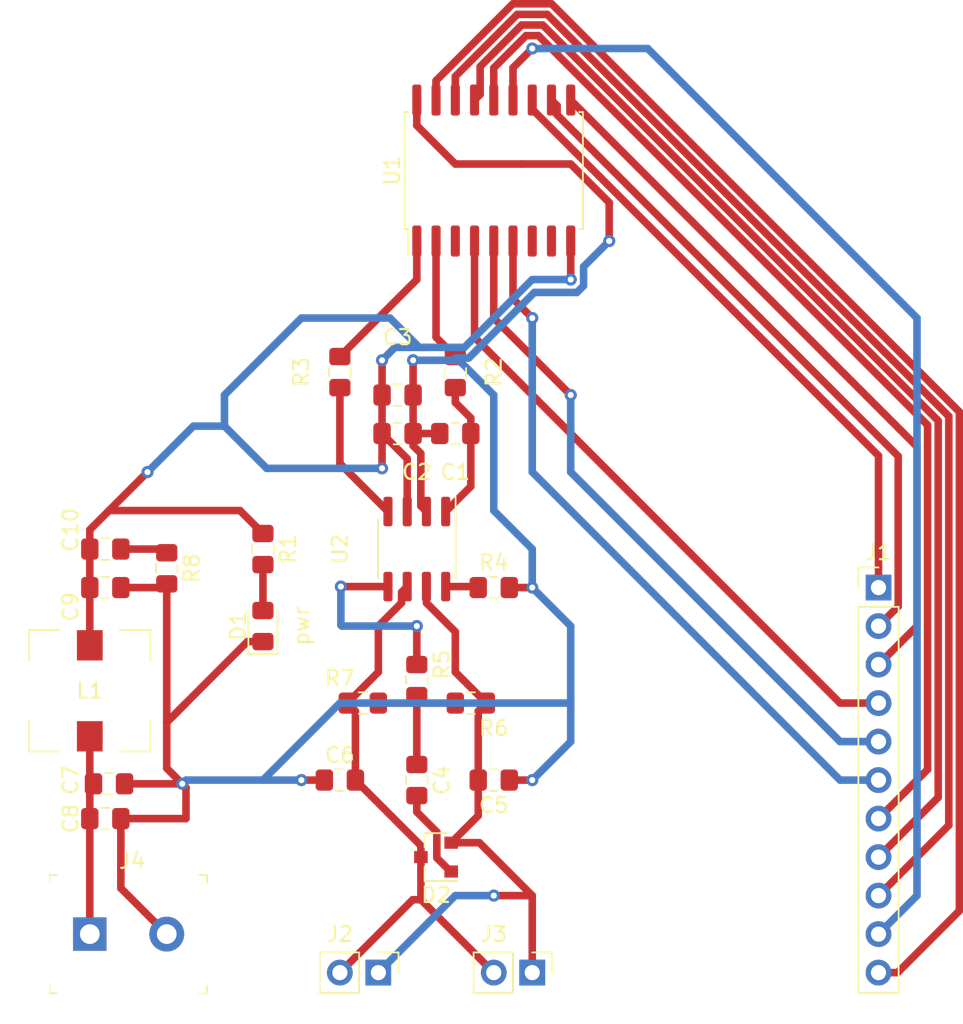
<source format=kicad_pcb>
(kicad_pcb (version 20171130) (host pcbnew "(5.1.4)-1")

  (general
    (thickness 1.6)
    (drawings 1)
    (tracks 248)
    (zones 0)
    (modules 27)
    (nets 30)
  )

  (page A4)
  (layers
    (0 F.Cu signal)
    (31 B.Cu signal)
    (32 B.Adhes user)
    (33 F.Adhes user)
    (34 B.Paste user)
    (35 F.Paste user)
    (36 B.SilkS user)
    (37 F.SilkS user)
    (38 B.Mask user)
    (39 F.Mask user)
    (40 Dwgs.User user)
    (41 Cmts.User user)
    (42 Eco1.User user)
    (43 Eco2.User user)
    (44 Edge.Cuts user)
    (45 Margin user)
    (46 B.CrtYd user)
    (47 F.CrtYd user)
    (48 B.Fab user)
    (49 F.Fab user)
  )

  (setup
    (last_trace_width 0.5)
    (user_trace_width 0.5)
    (trace_clearance 0.2)
    (zone_clearance 0.508)
    (zone_45_only no)
    (trace_min 0.2)
    (via_size 0.8)
    (via_drill 0.4)
    (via_min_size 0.4)
    (via_min_drill 0.3)
    (uvia_size 0.3)
    (uvia_drill 0.1)
    (uvias_allowed no)
    (uvia_min_size 0.2)
    (uvia_min_drill 0.1)
    (edge_width 0.05)
    (segment_width 0.2)
    (pcb_text_width 0.3)
    (pcb_text_size 1.5 1.5)
    (mod_edge_width 0.12)
    (mod_text_size 1 1)
    (mod_text_width 0.15)
    (pad_size 1.524 1.524)
    (pad_drill 0.762)
    (pad_to_mask_clearance 0.051)
    (solder_mask_min_width 0.25)
    (aux_axis_origin 0 0)
    (visible_elements 7FFFFFFF)
    (pcbplotparams
      (layerselection 0x010fc_ffffffff)
      (usegerberextensions false)
      (usegerberattributes false)
      (usegerberadvancedattributes false)
      (creategerberjobfile false)
      (excludeedgelayer true)
      (linewidth 0.100000)
      (plotframeref false)
      (viasonmask false)
      (mode 1)
      (useauxorigin false)
      (hpglpennumber 1)
      (hpglpenspeed 20)
      (hpglpendiameter 15.000000)
      (psnegative false)
      (psa4output false)
      (plotreference true)
      (plotvalue true)
      (plotinvisibletext false)
      (padsonsilk false)
      (subtractmaskfromsilk false)
      (outputformat 1)
      (mirror false)
      (drillshape 1)
      (scaleselection 1)
      (outputdirectory ""))
  )

  (net 0 "")
  (net 1 "Net-(C1-Pad2)")
  (net 2 GND)
  (net 3 A)
  (net 4 "Net-(C4-Pad2)")
  (net 5 "Net-(C4-Pad1)")
  (net 6 "Net-(C5-Pad2)")
  (net 7 "Net-(C6-Pad2)")
  (net 8 "Net-(R2-Pad1)")
  (net 9 "Net-(R3-Pad1)")
  (net 10 "Net-(U1-Pad8)")
  (net 11 "Net-(U1-Pad7)")
  (net 12 "Net-(U1-Pad3)")
  (net 13 RESET)
  (net 14 SCK)
  (net 15 CS)
  (net 16 SO)
  (net 17 SI)
  (net 18 TX2RTS)
  (net 19 TX1RTS)
  (net 20 TX0RTS)
  (net 21 RX1BF)
  (net 22 RX0BF)
  (net 23 INT)
  (net 24 "Net-(D1-Pad2)")
  (net 25 "Net-(R3-Pad2)")
  (net 26 "Net-(R4-Pad1)")
  (net 27 "Net-(R5-Pad1)")
  (net 28 "Net-(C7-Pad1)")
  (net 29 "Net-(C10-Pad1)")

  (net_class Default "This is the default net class."
    (clearance 0.2)
    (trace_width 0.25)
    (via_dia 0.8)
    (via_drill 0.4)
    (uvia_dia 0.3)
    (uvia_drill 0.1)
    (add_net A)
    (add_net CS)
    (add_net GND)
    (add_net INT)
    (add_net "Net-(C1-Pad2)")
    (add_net "Net-(C10-Pad1)")
    (add_net "Net-(C4-Pad1)")
    (add_net "Net-(C4-Pad2)")
    (add_net "Net-(C5-Pad2)")
    (add_net "Net-(C6-Pad2)")
    (add_net "Net-(C7-Pad1)")
    (add_net "Net-(D1-Pad2)")
    (add_net "Net-(R2-Pad1)")
    (add_net "Net-(R3-Pad1)")
    (add_net "Net-(R3-Pad2)")
    (add_net "Net-(R4-Pad1)")
    (add_net "Net-(R5-Pad1)")
    (add_net "Net-(U1-Pad3)")
    (add_net "Net-(U1-Pad7)")
    (add_net "Net-(U1-Pad8)")
    (add_net RESET)
    (add_net RX0BF)
    (add_net RX1BF)
    (add_net SCK)
    (add_net SI)
    (add_net SO)
    (add_net TX0RTS)
    (add_net TX1RTS)
    (add_net TX2RTS)
  )

  (module Connector_PinHeader_2.54mm:PinHeader_1x11_P2.54mm_Vertical (layer F.Cu) (tedit 59FED5CC) (tstamp 5DD5D380)
    (at 121.92 93.98)
    (descr "Through hole straight pin header, 1x11, 2.54mm pitch, single row")
    (tags "Through hole pin header THT 1x11 2.54mm single row")
    (path /5DD6E4B4)
    (fp_text reference J1 (at 0 -2.33) (layer F.SilkS)
      (effects (font (size 1 1) (thickness 0.15)))
    )
    (fp_text value Conn_01x11 (at 0 27.73) (layer F.Fab)
      (effects (font (size 1 1) (thickness 0.15)))
    )
    (fp_text user %R (at 0 12.7 90) (layer F.Fab)
      (effects (font (size 1 1) (thickness 0.15)))
    )
    (fp_line (start 1.8 -1.8) (end -1.8 -1.8) (layer F.CrtYd) (width 0.05))
    (fp_line (start 1.8 27.2) (end 1.8 -1.8) (layer F.CrtYd) (width 0.05))
    (fp_line (start -1.8 27.2) (end 1.8 27.2) (layer F.CrtYd) (width 0.05))
    (fp_line (start -1.8 -1.8) (end -1.8 27.2) (layer F.CrtYd) (width 0.05))
    (fp_line (start -1.33 -1.33) (end 0 -1.33) (layer F.SilkS) (width 0.12))
    (fp_line (start -1.33 0) (end -1.33 -1.33) (layer F.SilkS) (width 0.12))
    (fp_line (start -1.33 1.27) (end 1.33 1.27) (layer F.SilkS) (width 0.12))
    (fp_line (start 1.33 1.27) (end 1.33 26.73) (layer F.SilkS) (width 0.12))
    (fp_line (start -1.33 1.27) (end -1.33 26.73) (layer F.SilkS) (width 0.12))
    (fp_line (start -1.33 26.73) (end 1.33 26.73) (layer F.SilkS) (width 0.12))
    (fp_line (start -1.27 -0.635) (end -0.635 -1.27) (layer F.Fab) (width 0.1))
    (fp_line (start -1.27 26.67) (end -1.27 -0.635) (layer F.Fab) (width 0.1))
    (fp_line (start 1.27 26.67) (end -1.27 26.67) (layer F.Fab) (width 0.1))
    (fp_line (start 1.27 -1.27) (end 1.27 26.67) (layer F.Fab) (width 0.1))
    (fp_line (start -0.635 -1.27) (end 1.27 -1.27) (layer F.Fab) (width 0.1))
    (pad 11 thru_hole oval (at 0 25.4) (size 1.7 1.7) (drill 1) (layers *.Cu *.Mask)
      (net 13 RESET))
    (pad 10 thru_hole oval (at 0 22.86) (size 1.7 1.7) (drill 1) (layers *.Cu *.Mask)
      (net 14 SCK))
    (pad 9 thru_hole oval (at 0 20.32) (size 1.7 1.7) (drill 1) (layers *.Cu *.Mask)
      (net 15 CS))
    (pad 8 thru_hole oval (at 0 17.78) (size 1.7 1.7) (drill 1) (layers *.Cu *.Mask)
      (net 16 SO))
    (pad 7 thru_hole oval (at 0 15.24) (size 1.7 1.7) (drill 1) (layers *.Cu *.Mask)
      (net 17 SI))
    (pad 6 thru_hole oval (at 0 12.7) (size 1.7 1.7) (drill 1) (layers *.Cu *.Mask)
      (net 18 TX2RTS))
    (pad 5 thru_hole oval (at 0 10.16) (size 1.7 1.7) (drill 1) (layers *.Cu *.Mask)
      (net 19 TX1RTS))
    (pad 4 thru_hole oval (at 0 7.62) (size 1.7 1.7) (drill 1) (layers *.Cu *.Mask)
      (net 20 TX0RTS))
    (pad 3 thru_hole oval (at 0 5.08) (size 1.7 1.7) (drill 1) (layers *.Cu *.Mask)
      (net 21 RX1BF))
    (pad 2 thru_hole oval (at 0 2.54) (size 1.7 1.7) (drill 1) (layers *.Cu *.Mask)
      (net 22 RX0BF))
    (pad 1 thru_hole rect (at 0 0) (size 1.7 1.7) (drill 1) (layers *.Cu *.Mask)
      (net 23 INT))
    (model ${KISYS3DMOD}/Connector_PinHeader_2.54mm.3dshapes/PinHeader_1x11_P2.54mm_Vertical.wrl
      (at (xyz 0 0 0))
      (scale (xyz 1 1 1))
      (rotate (xyz 0 0 0))
    )
  )

  (module Connector_PinHeader_2.54mm:PinHeader_1x02_P2.54mm_Vertical (layer F.Cu) (tedit 59FED5CC) (tstamp 5DD5D950)
    (at 88.9 119.38 270)
    (descr "Through hole straight pin header, 1x02, 2.54mm pitch, single row")
    (tags "Through hole pin header THT 1x02 2.54mm single row")
    (path /5DD848EA)
    (fp_text reference J2 (at -2.54 2.54 180) (layer F.SilkS)
      (effects (font (size 1 1) (thickness 0.15)))
    )
    (fp_text value Conn_01x02 (at 0 10.16 180) (layer F.Fab)
      (effects (font (size 1 1) (thickness 0.15)))
    )
    (fp_text user %R (at 0 1.27) (layer F.Fab)
      (effects (font (size 1 1) (thickness 0.15)))
    )
    (fp_line (start 1.8 -1.8) (end -1.8 -1.8) (layer F.CrtYd) (width 0.05))
    (fp_line (start 1.8 4.35) (end 1.8 -1.8) (layer F.CrtYd) (width 0.05))
    (fp_line (start -1.8 4.35) (end 1.8 4.35) (layer F.CrtYd) (width 0.05))
    (fp_line (start -1.8 -1.8) (end -1.8 4.35) (layer F.CrtYd) (width 0.05))
    (fp_line (start -1.33 -1.33) (end 0 -1.33) (layer F.SilkS) (width 0.12))
    (fp_line (start -1.33 0) (end -1.33 -1.33) (layer F.SilkS) (width 0.12))
    (fp_line (start -1.33 1.27) (end 1.33 1.27) (layer F.SilkS) (width 0.12))
    (fp_line (start 1.33 1.27) (end 1.33 3.87) (layer F.SilkS) (width 0.12))
    (fp_line (start -1.33 1.27) (end -1.33 3.87) (layer F.SilkS) (width 0.12))
    (fp_line (start -1.33 3.87) (end 1.33 3.87) (layer F.SilkS) (width 0.12))
    (fp_line (start -1.27 -0.635) (end -0.635 -1.27) (layer F.Fab) (width 0.1))
    (fp_line (start -1.27 3.81) (end -1.27 -0.635) (layer F.Fab) (width 0.1))
    (fp_line (start 1.27 3.81) (end -1.27 3.81) (layer F.Fab) (width 0.1))
    (fp_line (start 1.27 -1.27) (end 1.27 3.81) (layer F.Fab) (width 0.1))
    (fp_line (start -0.635 -1.27) (end 1.27 -1.27) (layer F.Fab) (width 0.1))
    (pad 2 thru_hole oval (at 0 2.54 270) (size 1.7 1.7) (drill 1) (layers *.Cu *.Mask)
      (net 7 "Net-(C6-Pad2)"))
    (pad 1 thru_hole rect (at 0 0 270) (size 1.7 1.7) (drill 1) (layers *.Cu *.Mask)
      (net 6 "Net-(C5-Pad2)"))
    (model ${KISYS3DMOD}/Connector_PinHeader_2.54mm.3dshapes/PinHeader_1x02_P2.54mm_Vertical.wrl
      (at (xyz 0 0 0))
      (scale (xyz 1 1 1))
      (rotate (xyz 0 0 0))
    )
  )

  (module Resistor_SMD:R_0805_2012Metric_Pad1.15x1.40mm_HandSolder (layer F.Cu) (tedit 5B36C52B) (tstamp 5DE8AD99)
    (at 74.93 92.71 270)
    (descr "Resistor SMD 0805 (2012 Metric), square (rectangular) end terminal, IPC_7351 nominal with elongated pad for handsoldering. (Body size source: https://docs.google.com/spreadsheets/d/1BsfQQcO9C6DZCsRaXUlFlo91Tg2WpOkGARC1WS5S8t0/edit?usp=sharing), generated with kicad-footprint-generator")
    (tags "resistor handsolder")
    (path /5DEBC4DD)
    (attr smd)
    (fp_text reference R8 (at 0 -1.65 90) (layer F.SilkS)
      (effects (font (size 1 1) (thickness 0.15)))
    )
    (fp_text value 10 (at 0 1.65 90) (layer F.Fab)
      (effects (font (size 1 1) (thickness 0.15)))
    )
    (fp_text user %R (at 0 0 90) (layer F.Fab)
      (effects (font (size 0.5 0.5) (thickness 0.08)))
    )
    (fp_line (start 1.85 0.95) (end -1.85 0.95) (layer F.CrtYd) (width 0.05))
    (fp_line (start 1.85 -0.95) (end 1.85 0.95) (layer F.CrtYd) (width 0.05))
    (fp_line (start -1.85 -0.95) (end 1.85 -0.95) (layer F.CrtYd) (width 0.05))
    (fp_line (start -1.85 0.95) (end -1.85 -0.95) (layer F.CrtYd) (width 0.05))
    (fp_line (start -0.261252 0.71) (end 0.261252 0.71) (layer F.SilkS) (width 0.12))
    (fp_line (start -0.261252 -0.71) (end 0.261252 -0.71) (layer F.SilkS) (width 0.12))
    (fp_line (start 1 0.6) (end -1 0.6) (layer F.Fab) (width 0.1))
    (fp_line (start 1 -0.6) (end 1 0.6) (layer F.Fab) (width 0.1))
    (fp_line (start -1 -0.6) (end 1 -0.6) (layer F.Fab) (width 0.1))
    (fp_line (start -1 0.6) (end -1 -0.6) (layer F.Fab) (width 0.1))
    (pad 2 smd roundrect (at 1.025 0 270) (size 1.15 1.4) (layers F.Cu F.Paste F.Mask) (roundrect_rratio 0.217391)
      (net 2 GND))
    (pad 1 smd roundrect (at -1.025 0 270) (size 1.15 1.4) (layers F.Cu F.Paste F.Mask) (roundrect_rratio 0.217391)
      (net 29 "Net-(C10-Pad1)"))
    (model ${KISYS3DMOD}/Resistor_SMD.3dshapes/R_0805_2012Metric.wrl
      (at (xyz 0 0 0))
      (scale (xyz 1 1 1))
      (rotate (xyz 0 0 0))
    )
  )

  (module "CAN TRANS:744777920" (layer F.Cu) (tedit 5DE82B56) (tstamp 5DE8ACA8)
    (at 69.85 100.79 180)
    (path /5DEA98D5)
    (fp_text reference L1 (at 0 0) (layer F.SilkS)
      (effects (font (size 1 1) (thickness 0.15)))
    )
    (fp_text value 100u (at -2.54 -0.46 270) (layer F.Fab)
      (effects (font (size 1 1) (thickness 0.15)))
    )
    (fp_line (start -4 -4) (end -2 -4) (layer F.SilkS) (width 0.12))
    (fp_line (start -4 -2) (end -4 -4) (layer F.SilkS) (width 0.12))
    (fp_line (start -4 4) (end -4 2) (layer F.SilkS) (width 0.12))
    (fp_line (start -2 4) (end -4 4) (layer F.SilkS) (width 0.12))
    (fp_line (start 4 4) (end 2 4) (layer F.SilkS) (width 0.12))
    (fp_line (start 4 2) (end 4 4) (layer F.SilkS) (width 0.12))
    (fp_line (start 4 -2) (end 4 -3) (layer F.SilkS) (width 0.12))
    (fp_line (start 4 -4) (end 4 -2) (layer F.SilkS) (width 0.12))
    (fp_line (start 2 -4) (end 4 -4) (layer F.SilkS) (width 0.12))
    (pad 2 smd rect (at 0 -3 180) (size 1.7 2) (layers F.Cu F.Paste F.Mask)
      (net 28 "Net-(C7-Pad1)"))
    (pad 1 smd rect (at 0 3 180) (size 1.7 2) (layers F.Cu F.Paste F.Mask)
      (net 3 A))
  )

  (module Capacitor_SMD:C_0805_2012Metric_Pad1.15x1.40mm_HandSolder (layer F.Cu) (tedit 5B36C52B) (tstamp 5DE8AB93)
    (at 70.875 91.44 180)
    (descr "Capacitor SMD 0805 (2012 Metric), square (rectangular) end terminal, IPC_7351 nominal with elongated pad for handsoldering. (Body size source: https://docs.google.com/spreadsheets/d/1BsfQQcO9C6DZCsRaXUlFlo91Tg2WpOkGARC1WS5S8t0/edit?usp=sharing), generated with kicad-footprint-generator")
    (tags "capacitor handsolder")
    (path /5DEC7F65)
    (attr smd)
    (fp_text reference C10 (at 2.295 1.27 270) (layer F.SilkS)
      (effects (font (size 1 1) (thickness 0.15)))
    )
    (fp_text value 15uF (at 0 1.65) (layer F.Fab)
      (effects (font (size 1 1) (thickness 0.15)))
    )
    (fp_text user %R (at 0 0) (layer F.Fab)
      (effects (font (size 0.5 0.5) (thickness 0.08)))
    )
    (fp_line (start 1.85 0.95) (end -1.85 0.95) (layer F.CrtYd) (width 0.05))
    (fp_line (start 1.85 -0.95) (end 1.85 0.95) (layer F.CrtYd) (width 0.05))
    (fp_line (start -1.85 -0.95) (end 1.85 -0.95) (layer F.CrtYd) (width 0.05))
    (fp_line (start -1.85 0.95) (end -1.85 -0.95) (layer F.CrtYd) (width 0.05))
    (fp_line (start -0.261252 0.71) (end 0.261252 0.71) (layer F.SilkS) (width 0.12))
    (fp_line (start -0.261252 -0.71) (end 0.261252 -0.71) (layer F.SilkS) (width 0.12))
    (fp_line (start 1 0.6) (end -1 0.6) (layer F.Fab) (width 0.1))
    (fp_line (start 1 -0.6) (end 1 0.6) (layer F.Fab) (width 0.1))
    (fp_line (start -1 -0.6) (end 1 -0.6) (layer F.Fab) (width 0.1))
    (fp_line (start -1 0.6) (end -1 -0.6) (layer F.Fab) (width 0.1))
    (pad 2 smd roundrect (at 1.025 0 180) (size 1.15 1.4) (layers F.Cu F.Paste F.Mask) (roundrect_rratio 0.217391)
      (net 3 A))
    (pad 1 smd roundrect (at -1.025 0 180) (size 1.15 1.4) (layers F.Cu F.Paste F.Mask) (roundrect_rratio 0.217391)
      (net 29 "Net-(C10-Pad1)"))
    (model ${KISYS3DMOD}/Capacitor_SMD.3dshapes/C_0805_2012Metric.wrl
      (at (xyz 0 0 0))
      (scale (xyz 1 1 1))
      (rotate (xyz 0 0 0))
    )
  )

  (module Capacitor_SMD:C_0805_2012Metric_Pad1.15x1.40mm_HandSolder (layer F.Cu) (tedit 5B36C52B) (tstamp 5DE8AB82)
    (at 70.875 93.98)
    (descr "Capacitor SMD 0805 (2012 Metric), square (rectangular) end terminal, IPC_7351 nominal with elongated pad for handsoldering. (Body size source: https://docs.google.com/spreadsheets/d/1BsfQQcO9C6DZCsRaXUlFlo91Tg2WpOkGARC1WS5S8t0/edit?usp=sharing), generated with kicad-footprint-generator")
    (tags "capacitor handsolder")
    (path /5DEAAF02)
    (attr smd)
    (fp_text reference C9 (at -2.295 1.27 270) (layer F.SilkS)
      (effects (font (size 1 1) (thickness 0.15)))
    )
    (fp_text value 100nf (at 0 1.65) (layer F.Fab)
      (effects (font (size 1 1) (thickness 0.15)))
    )
    (fp_text user %R (at 0 0) (layer F.Fab)
      (effects (font (size 0.5 0.5) (thickness 0.08)))
    )
    (fp_line (start 1.85 0.95) (end -1.85 0.95) (layer F.CrtYd) (width 0.05))
    (fp_line (start 1.85 -0.95) (end 1.85 0.95) (layer F.CrtYd) (width 0.05))
    (fp_line (start -1.85 -0.95) (end 1.85 -0.95) (layer F.CrtYd) (width 0.05))
    (fp_line (start -1.85 0.95) (end -1.85 -0.95) (layer F.CrtYd) (width 0.05))
    (fp_line (start -0.261252 0.71) (end 0.261252 0.71) (layer F.SilkS) (width 0.12))
    (fp_line (start -0.261252 -0.71) (end 0.261252 -0.71) (layer F.SilkS) (width 0.12))
    (fp_line (start 1 0.6) (end -1 0.6) (layer F.Fab) (width 0.1))
    (fp_line (start 1 -0.6) (end 1 0.6) (layer F.Fab) (width 0.1))
    (fp_line (start -1 -0.6) (end 1 -0.6) (layer F.Fab) (width 0.1))
    (fp_line (start -1 0.6) (end -1 -0.6) (layer F.Fab) (width 0.1))
    (pad 2 smd roundrect (at 1.025 0) (size 1.15 1.4) (layers F.Cu F.Paste F.Mask) (roundrect_rratio 0.217391)
      (net 2 GND))
    (pad 1 smd roundrect (at -1.025 0) (size 1.15 1.4) (layers F.Cu F.Paste F.Mask) (roundrect_rratio 0.217391)
      (net 3 A))
    (model ${KISYS3DMOD}/Capacitor_SMD.3dshapes/C_0805_2012Metric.wrl
      (at (xyz 0 0 0))
      (scale (xyz 1 1 1))
      (rotate (xyz 0 0 0))
    )
  )

  (module Capacitor_SMD:C_0805_2012Metric_Pad1.15x1.40mm_HandSolder (layer F.Cu) (tedit 5B36C52B) (tstamp 5DE9914B)
    (at 70.875 109.22 180)
    (descr "Capacitor SMD 0805 (2012 Metric), square (rectangular) end terminal, IPC_7351 nominal with elongated pad for handsoldering. (Body size source: https://docs.google.com/spreadsheets/d/1BsfQQcO9C6DZCsRaXUlFlo91Tg2WpOkGARC1WS5S8t0/edit?usp=sharing), generated with kicad-footprint-generator")
    (tags "capacitor handsolder")
    (path /5DE97779)
    (attr smd)
    (fp_text reference C8 (at 2.295 0 270) (layer F.SilkS)
      (effects (font (size 1 1) (thickness 0.15)))
    )
    (fp_text value 1nf (at 4.835 -2.54 270) (layer F.Fab)
      (effects (font (size 1 1) (thickness 0.15)))
    )
    (fp_text user %R (at 0 0) (layer F.Fab)
      (effects (font (size 0.5 0.5) (thickness 0.08)))
    )
    (fp_line (start 1.85 0.95) (end -1.85 0.95) (layer F.CrtYd) (width 0.05))
    (fp_line (start 1.85 -0.95) (end 1.85 0.95) (layer F.CrtYd) (width 0.05))
    (fp_line (start -1.85 -0.95) (end 1.85 -0.95) (layer F.CrtYd) (width 0.05))
    (fp_line (start -1.85 0.95) (end -1.85 -0.95) (layer F.CrtYd) (width 0.05))
    (fp_line (start -0.261252 0.71) (end 0.261252 0.71) (layer F.SilkS) (width 0.12))
    (fp_line (start -0.261252 -0.71) (end 0.261252 -0.71) (layer F.SilkS) (width 0.12))
    (fp_line (start 1 0.6) (end -1 0.6) (layer F.Fab) (width 0.1))
    (fp_line (start 1 -0.6) (end 1 0.6) (layer F.Fab) (width 0.1))
    (fp_line (start -1 -0.6) (end 1 -0.6) (layer F.Fab) (width 0.1))
    (fp_line (start -1 0.6) (end -1 -0.6) (layer F.Fab) (width 0.1))
    (pad 2 smd roundrect (at 1.025 0 180) (size 1.15 1.4) (layers F.Cu F.Paste F.Mask) (roundrect_rratio 0.217391)
      (net 28 "Net-(C7-Pad1)"))
    (pad 1 smd roundrect (at -1.025 0 180) (size 1.15 1.4) (layers F.Cu F.Paste F.Mask) (roundrect_rratio 0.217391)
      (net 2 GND))
    (model ${KISYS3DMOD}/Capacitor_SMD.3dshapes/C_0805_2012Metric.wrl
      (at (xyz 0 0 0))
      (scale (xyz 1 1 1))
      (rotate (xyz 0 0 0))
    )
  )

  (module Capacitor_SMD:C_0805_2012Metric_Pad1.15x1.40mm_HandSolder (layer F.Cu) (tedit 5B36C52B) (tstamp 5DE8AB60)
    (at 71.12 106.925)
    (descr "Capacitor SMD 0805 (2012 Metric), square (rectangular) end terminal, IPC_7351 nominal with elongated pad for handsoldering. (Body size source: https://docs.google.com/spreadsheets/d/1BsfQQcO9C6DZCsRaXUlFlo91Tg2WpOkGARC1WS5S8t0/edit?usp=sharing), generated with kicad-footprint-generator")
    (tags "capacitor handsolder")
    (path /5DE9777F)
    (attr smd)
    (fp_text reference C7 (at -2.54 -0.245 270) (layer F.SilkS)
      (effects (font (size 1 1) (thickness 0.15)))
    )
    (fp_text value 100nf (at -6.35 -0.245 270) (layer F.Fab)
      (effects (font (size 1 1) (thickness 0.15)))
    )
    (fp_text user %R (at 0 0) (layer F.Fab)
      (effects (font (size 0.5 0.5) (thickness 0.08)))
    )
    (fp_line (start 1.85 0.95) (end -1.85 0.95) (layer F.CrtYd) (width 0.05))
    (fp_line (start 1.85 -0.95) (end 1.85 0.95) (layer F.CrtYd) (width 0.05))
    (fp_line (start -1.85 -0.95) (end 1.85 -0.95) (layer F.CrtYd) (width 0.05))
    (fp_line (start -1.85 0.95) (end -1.85 -0.95) (layer F.CrtYd) (width 0.05))
    (fp_line (start -0.261252 0.71) (end 0.261252 0.71) (layer F.SilkS) (width 0.12))
    (fp_line (start -0.261252 -0.71) (end 0.261252 -0.71) (layer F.SilkS) (width 0.12))
    (fp_line (start 1 0.6) (end -1 0.6) (layer F.Fab) (width 0.1))
    (fp_line (start 1 -0.6) (end 1 0.6) (layer F.Fab) (width 0.1))
    (fp_line (start -1 -0.6) (end 1 -0.6) (layer F.Fab) (width 0.1))
    (fp_line (start -1 0.6) (end -1 -0.6) (layer F.Fab) (width 0.1))
    (pad 2 smd roundrect (at 1.025 0) (size 1.15 1.4) (layers F.Cu F.Paste F.Mask) (roundrect_rratio 0.217391)
      (net 2 GND))
    (pad 1 smd roundrect (at -1.025 0) (size 1.15 1.4) (layers F.Cu F.Paste F.Mask) (roundrect_rratio 0.217391)
      (net 28 "Net-(C7-Pad1)"))
    (model ${KISYS3DMOD}/Capacitor_SMD.3dshapes/C_0805_2012Metric.wrl
      (at (xyz 0 0 0))
      (scale (xyz 1 1 1))
      (rotate (xyz 0 0 0))
    )
  )

  (module digikey-footprints:Term_Block_1x2_P5.08MM (layer F.Cu) (tedit 5D4199A2) (tstamp 5DE89E0C)
    (at 69.85 116.84)
    (descr http://www.on-shore.com/wp-content/uploads/2015/09/osttcxx2162.pdf)
    (path /5DE92F21)
    (fp_text reference J4 (at 2.794 -4.826) (layer F.SilkS)
      (effects (font (size 1 1) (thickness 0.15)))
    )
    (fp_text value OSTTC022162 (at 2.032 5.09) (layer F.Fab)
      (effects (font (size 1 1) (thickness 0.15)))
    )
    (fp_line (start -2.54 -3.8) (end -2.54 3.8) (layer F.Fab) (width 0.1))
    (fp_line (start -2.54 -3.8) (end 7.62 -3.8) (layer F.Fab) (width 0.1))
    (fp_line (start 7.62 -3.8) (end 7.62 3.8) (layer F.Fab) (width 0.1))
    (fp_line (start -2.54 3.8) (end 7.62 3.8) (layer F.Fab) (width 0.1))
    (fp_line (start -2.65 -3.9) (end -2.15 -3.9) (layer F.SilkS) (width 0.1))
    (fp_line (start -2.65 -3.9) (end -2.65 -3.4) (layer F.SilkS) (width 0.1))
    (fp_line (start -2.65 3.4) (end -2.65 3.9) (layer F.SilkS) (width 0.1))
    (fp_line (start -2.65 3.9) (end -2.15 3.9) (layer F.SilkS) (width 0.1))
    (fp_line (start 7.728 3.42) (end 7.728 3.92) (layer F.SilkS) (width 0.1))
    (fp_line (start 7.728 3.92) (end 7.228 3.92) (layer F.SilkS) (width 0.1))
    (fp_line (start 7.738 -3.9) (end 7.738 -3.4) (layer F.SilkS) (width 0.1))
    (fp_line (start 7.738 -3.9) (end 7.238 -3.9) (layer F.SilkS) (width 0.1))
    (fp_line (start 7.874 -4.064) (end -2.75 -4.05) (layer F.CrtYd) (width 0.05))
    (fp_line (start 7.874 -4.05) (end 7.874 4.05) (layer F.CrtYd) (width 0.05))
    (fp_line (start 7.874 4.064) (end -2.75 4.05) (layer F.CrtYd) (width 0.05))
    (fp_line (start -2.75 -4.05) (end -2.75 4.05) (layer F.CrtYd) (width 0.05))
    (pad 2 thru_hole circle (at 5.08 0) (size 2.3 2.3) (drill 1.3) (layers *.Cu *.Mask)
      (net 2 GND))
    (pad 1 thru_hole rect (at 0 0) (size 2.2 2.2) (drill 1.3) (layers *.Cu *.Mask)
      (net 28 "Net-(C7-Pad1)"))
  )

  (module Connector_PinHeader_2.54mm:PinHeader_1x02_P2.54mm_Vertical (layer F.Cu) (tedit 59FED5CC) (tstamp 5DE828CE)
    (at 99.06 119.38 270)
    (descr "Through hole straight pin header, 1x02, 2.54mm pitch, single row")
    (tags "Through hole pin header THT 1x02 2.54mm single row")
    (path /5DE85CC7)
    (fp_text reference J3 (at -2.54 2.54 180) (layer F.SilkS)
      (effects (font (size 1 1) (thickness 0.15)))
    )
    (fp_text value Conn_01x02 (at 0 -7.62 180) (layer F.Fab)
      (effects (font (size 1 1) (thickness 0.15)))
    )
    (fp_line (start 1.8 -1.8) (end -1.8 -1.8) (layer F.CrtYd) (width 0.05))
    (fp_line (start 1.8 4.35) (end 1.8 -1.8) (layer F.CrtYd) (width 0.05))
    (fp_line (start -1.8 4.35) (end 1.8 4.35) (layer F.CrtYd) (width 0.05))
    (fp_line (start -1.8 -1.8) (end -1.8 4.35) (layer F.CrtYd) (width 0.05))
    (fp_line (start -1.33 -1.33) (end 0 -1.33) (layer F.SilkS) (width 0.12))
    (fp_line (start -1.33 0) (end -1.33 -1.33) (layer F.SilkS) (width 0.12))
    (fp_line (start -1.33 1.27) (end 1.33 1.27) (layer F.SilkS) (width 0.12))
    (fp_line (start 1.33 1.27) (end 1.33 3.87) (layer F.SilkS) (width 0.12))
    (fp_line (start -1.33 1.27) (end -1.33 3.87) (layer F.SilkS) (width 0.12))
    (fp_line (start -1.33 3.87) (end 1.33 3.87) (layer F.SilkS) (width 0.12))
    (fp_line (start -1.27 -0.635) (end -0.635 -1.27) (layer F.Fab) (width 0.1))
    (fp_line (start -1.27 3.81) (end -1.27 -0.635) (layer F.Fab) (width 0.1))
    (fp_line (start 1.27 3.81) (end -1.27 3.81) (layer F.Fab) (width 0.1))
    (fp_line (start 1.27 -1.27) (end 1.27 3.81) (layer F.Fab) (width 0.1))
    (fp_line (start -0.635 -1.27) (end 1.27 -1.27) (layer F.Fab) (width 0.1))
    (pad 2 thru_hole oval (at 0 2.54 270) (size 1.7 1.7) (drill 1) (layers *.Cu *.Mask)
      (net 7 "Net-(C6-Pad2)"))
    (pad 1 thru_hole rect (at 0 0 270) (size 1.7 1.7) (drill 1) (layers *.Cu *.Mask)
      (net 6 "Net-(C5-Pad2)"))
    (model ${KISYS3DMOD}/Connector_PinHeader_2.54mm.3dshapes/PinHeader_1x02_P2.54mm_Vertical.wrl
      (at (xyz 0 0 0))
      (scale (xyz 1 1 1))
      (rotate (xyz 0 0 0))
    )
  )

  (module LED_SMD:LED_0805_2012Metric_Pad1.15x1.40mm_HandSolder (layer F.Cu) (tedit 5B4B45C9) (tstamp 5DD5C292)
    (at 81.28 96.52 90)
    (descr "LED SMD 0805 (2012 Metric), square (rectangular) end terminal, IPC_7351 nominal, (Body size source: https://docs.google.com/spreadsheets/d/1BsfQQcO9C6DZCsRaXUlFlo91Tg2WpOkGARC1WS5S8t0/edit?usp=sharing), generated with kicad-footprint-generator")
    (tags "LED handsolder")
    (path /5DD3619B)
    (attr smd)
    (fp_text reference D1 (at 0 -1.65 90) (layer F.SilkS)
      (effects (font (size 1 1) (thickness 0.15)))
    )
    (fp_text value LED (at 0 -5.08 90) (layer F.Fab)
      (effects (font (size 1 1) (thickness 0.15)))
    )
    (fp_text user %R (at 0 0 90) (layer F.Fab)
      (effects (font (size 0.5 0.5) (thickness 0.08)))
    )
    (fp_line (start 1.85 0.95) (end -1.85 0.95) (layer F.CrtYd) (width 0.05))
    (fp_line (start 1.85 -0.95) (end 1.85 0.95) (layer F.CrtYd) (width 0.05))
    (fp_line (start -1.85 -0.95) (end 1.85 -0.95) (layer F.CrtYd) (width 0.05))
    (fp_line (start -1.85 0.95) (end -1.85 -0.95) (layer F.CrtYd) (width 0.05))
    (fp_line (start -1.86 0.96) (end 1 0.96) (layer F.SilkS) (width 0.12))
    (fp_line (start -1.86 -0.96) (end -1.86 0.96) (layer F.SilkS) (width 0.12))
    (fp_line (start 1 -0.96) (end -1.86 -0.96) (layer F.SilkS) (width 0.12))
    (fp_line (start 1 0.6) (end 1 -0.6) (layer F.Fab) (width 0.1))
    (fp_line (start -1 0.6) (end 1 0.6) (layer F.Fab) (width 0.1))
    (fp_line (start -1 -0.3) (end -1 0.6) (layer F.Fab) (width 0.1))
    (fp_line (start -0.7 -0.6) (end -1 -0.3) (layer F.Fab) (width 0.1))
    (fp_line (start 1 -0.6) (end -0.7 -0.6) (layer F.Fab) (width 0.1))
    (pad 2 smd roundrect (at 1.025 0 90) (size 1.15 1.4) (layers F.Cu F.Paste F.Mask) (roundrect_rratio 0.217391)
      (net 24 "Net-(D1-Pad2)"))
    (pad 1 smd roundrect (at -1.025 0 90) (size 1.15 1.4) (layers F.Cu F.Paste F.Mask) (roundrect_rratio 0.217391)
      (net 2 GND))
    (model ${KISYS3DMOD}/LED_SMD.3dshapes/LED_0805_2012Metric.wrl
      (at (xyz 0 0 0))
      (scale (xyz 1 1 1))
      (rotate (xyz 0 0 0))
    )
  )

  (module Package_SO:SOIC-8_3.9x4.9mm_P1.27mm (layer F.Cu) (tedit 5C97300E) (tstamp 5DD5BD3C)
    (at 91.44 91.44 270)
    (descr "SOIC, 8 Pin (JEDEC MS-012AA, https://www.analog.com/media/en/package-pcb-resources/package/pkg_pdf/soic_narrow-r/r_8.pdf), generated with kicad-footprint-generator ipc_gullwing_generator.py")
    (tags "SOIC SO")
    (path /5DD4ABBA)
    (attr smd)
    (fp_text reference U2 (at 0 5.08 90) (layer F.SilkS)
      (effects (font (size 1 1) (thickness 0.15)))
    )
    (fp_text value SN65HVD1050D (at 0 3.4 90) (layer F.Fab)
      (effects (font (size 1 1) (thickness 0.15)))
    )
    (fp_text user %R (at 0 0 90) (layer F.Fab)
      (effects (font (size 0.98 0.98) (thickness 0.15)))
    )
    (fp_line (start 3.7 -2.7) (end -3.7 -2.7) (layer F.CrtYd) (width 0.05))
    (fp_line (start 3.7 2.7) (end 3.7 -2.7) (layer F.CrtYd) (width 0.05))
    (fp_line (start -3.7 2.7) (end 3.7 2.7) (layer F.CrtYd) (width 0.05))
    (fp_line (start -3.7 -2.7) (end -3.7 2.7) (layer F.CrtYd) (width 0.05))
    (fp_line (start -1.95 -1.475) (end -0.975 -2.45) (layer F.Fab) (width 0.1))
    (fp_line (start -1.95 2.45) (end -1.95 -1.475) (layer F.Fab) (width 0.1))
    (fp_line (start 1.95 2.45) (end -1.95 2.45) (layer F.Fab) (width 0.1))
    (fp_line (start 1.95 -2.45) (end 1.95 2.45) (layer F.Fab) (width 0.1))
    (fp_line (start -0.975 -2.45) (end 1.95 -2.45) (layer F.Fab) (width 0.1))
    (fp_line (start 0 -2.56) (end -3.45 -2.56) (layer F.SilkS) (width 0.12))
    (fp_line (start 0 -2.56) (end 1.95 -2.56) (layer F.SilkS) (width 0.12))
    (fp_line (start 0 2.56) (end -1.95 2.56) (layer F.SilkS) (width 0.12))
    (fp_line (start 0 2.56) (end 1.95 2.56) (layer F.SilkS) (width 0.12))
    (pad 8 smd roundrect (at 2.475 -1.905 270) (size 1.95 0.6) (layers F.Cu F.Paste F.Mask) (roundrect_rratio 0.25)
      (net 26 "Net-(R4-Pad1)"))
    (pad 7 smd roundrect (at 2.475 -0.635 270) (size 1.95 0.6) (layers F.Cu F.Paste F.Mask) (roundrect_rratio 0.25)
      (net 6 "Net-(C5-Pad2)"))
    (pad 6 smd roundrect (at 2.475 0.635 270) (size 1.95 0.6) (layers F.Cu F.Paste F.Mask) (roundrect_rratio 0.25)
      (net 7 "Net-(C6-Pad2)"))
    (pad 5 smd roundrect (at 2.475 1.905 270) (size 1.95 0.6) (layers F.Cu F.Paste F.Mask) (roundrect_rratio 0.25)
      (net 27 "Net-(R5-Pad1)"))
    (pad 4 smd roundrect (at -2.475 1.905 270) (size 1.95 0.6) (layers F.Cu F.Paste F.Mask) (roundrect_rratio 0.25)
      (net 9 "Net-(R3-Pad1)"))
    (pad 3 smd roundrect (at -2.475 0.635 270) (size 1.95 0.6) (layers F.Cu F.Paste F.Mask) (roundrect_rratio 0.25)
      (net 3 A))
    (pad 2 smd roundrect (at -2.475 -0.635 270) (size 1.95 0.6) (layers F.Cu F.Paste F.Mask) (roundrect_rratio 0.25)
      (net 2 GND))
    (pad 1 smd roundrect (at -2.475 -1.905 270) (size 1.95 0.6) (layers F.Cu F.Paste F.Mask) (roundrect_rratio 0.25)
      (net 1 "Net-(C1-Pad2)"))
    (model ${KISYS3DMOD}/Package_SO.3dshapes/SOIC-8_3.9x4.9mm_P1.27mm.wrl
      (at (xyz 0 0 0))
      (scale (xyz 1 1 1))
      (rotate (xyz 0 0 0))
    )
  )

  (module Package_SO:SOIC-18W_7.5x11.6mm_P1.27mm (layer F.Cu) (tedit 5C97300E) (tstamp 5DD5BD22)
    (at 96.52 66.47 90)
    (descr "SOIC, 18 Pin (JEDEC MS-013AB, https://www.analog.com/media/en/package-pcb-resources/package/33254132129439rw_18.pdf), generated with kicad-footprint-generator ipc_gullwing_generator.py")
    (tags "SOIC SO")
    (path /5DCB05B0)
    (attr smd)
    (fp_text reference U1 (at 0 -6.72 90) (layer F.SilkS)
      (effects (font (size 1 1) (thickness 0.15)))
    )
    (fp_text value MCP2515-xSO (at 0 6.72 90) (layer F.Fab)
      (effects (font (size 1 1) (thickness 0.15)))
    )
    (fp_text user %R (at 0 0 90) (layer F.Fab)
      (effects (font (size 1 1) (thickness 0.15)))
    )
    (fp_line (start 5.93 -6.02) (end -5.93 -6.02) (layer F.CrtYd) (width 0.05))
    (fp_line (start 5.93 6.02) (end 5.93 -6.02) (layer F.CrtYd) (width 0.05))
    (fp_line (start -5.93 6.02) (end 5.93 6.02) (layer F.CrtYd) (width 0.05))
    (fp_line (start -5.93 -6.02) (end -5.93 6.02) (layer F.CrtYd) (width 0.05))
    (fp_line (start -3.75 -4.775) (end -2.75 -5.775) (layer F.Fab) (width 0.1))
    (fp_line (start -3.75 5.775) (end -3.75 -4.775) (layer F.Fab) (width 0.1))
    (fp_line (start 3.75 5.775) (end -3.75 5.775) (layer F.Fab) (width 0.1))
    (fp_line (start 3.75 -5.775) (end 3.75 5.775) (layer F.Fab) (width 0.1))
    (fp_line (start -2.75 -5.775) (end 3.75 -5.775) (layer F.Fab) (width 0.1))
    (fp_line (start -3.86 -5.64) (end -5.675 -5.64) (layer F.SilkS) (width 0.12))
    (fp_line (start -3.86 -5.885) (end -3.86 -5.64) (layer F.SilkS) (width 0.12))
    (fp_line (start 0 -5.885) (end -3.86 -5.885) (layer F.SilkS) (width 0.12))
    (fp_line (start 3.86 -5.885) (end 3.86 -5.64) (layer F.SilkS) (width 0.12))
    (fp_line (start 0 -5.885) (end 3.86 -5.885) (layer F.SilkS) (width 0.12))
    (fp_line (start -3.86 5.885) (end -3.86 5.64) (layer F.SilkS) (width 0.12))
    (fp_line (start 0 5.885) (end -3.86 5.885) (layer F.SilkS) (width 0.12))
    (fp_line (start 3.86 5.885) (end 3.86 5.64) (layer F.SilkS) (width 0.12))
    (fp_line (start 0 5.885) (end 3.86 5.885) (layer F.SilkS) (width 0.12))
    (pad 18 smd roundrect (at 4.65 -5.08 90) (size 2.05 0.6) (layers F.Cu F.Paste F.Mask) (roundrect_rratio 0.25)
      (net 2 GND))
    (pad 17 smd roundrect (at 4.65 -3.81 90) (size 2.05 0.6) (layers F.Cu F.Paste F.Mask) (roundrect_rratio 0.25)
      (net 13 RESET))
    (pad 16 smd roundrect (at 4.65 -2.54 90) (size 2.05 0.6) (layers F.Cu F.Paste F.Mask) (roundrect_rratio 0.25)
      (net 15 CS))
    (pad 15 smd roundrect (at 4.65 -1.27 90) (size 2.05 0.6) (layers F.Cu F.Paste F.Mask) (roundrect_rratio 0.25)
      (net 16 SO))
    (pad 14 smd roundrect (at 4.65 0 90) (size 2.05 0.6) (layers F.Cu F.Paste F.Mask) (roundrect_rratio 0.25)
      (net 17 SI))
    (pad 13 smd roundrect (at 4.65 1.27 90) (size 2.05 0.6) (layers F.Cu F.Paste F.Mask) (roundrect_rratio 0.25)
      (net 14 SCK))
    (pad 12 smd roundrect (at 4.65 2.54 90) (size 2.05 0.6) (layers F.Cu F.Paste F.Mask) (roundrect_rratio 0.25)
      (net 23 INT))
    (pad 11 smd roundrect (at 4.65 3.81 90) (size 2.05 0.6) (layers F.Cu F.Paste F.Mask) (roundrect_rratio 0.25)
      (net 22 RX0BF))
    (pad 10 smd roundrect (at 4.65 5.08 90) (size 2.05 0.6) (layers F.Cu F.Paste F.Mask) (roundrect_rratio 0.25)
      (net 21 RX1BF))
    (pad 9 smd roundrect (at -4.65 5.08 90) (size 2.05 0.6) (layers F.Cu F.Paste F.Mask) (roundrect_rratio 0.25)
      (net 3 A))
    (pad 8 smd roundrect (at -4.65 3.81 90) (size 2.05 0.6) (layers F.Cu F.Paste F.Mask) (roundrect_rratio 0.25)
      (net 10 "Net-(U1-Pad8)"))
    (pad 7 smd roundrect (at -4.65 2.54 90) (size 2.05 0.6) (layers F.Cu F.Paste F.Mask) (roundrect_rratio 0.25)
      (net 11 "Net-(U1-Pad7)"))
    (pad 6 smd roundrect (at -4.65 1.27 90) (size 2.05 0.6) (layers F.Cu F.Paste F.Mask) (roundrect_rratio 0.25)
      (net 18 TX2RTS))
    (pad 5 smd roundrect (at -4.65 0 90) (size 2.05 0.6) (layers F.Cu F.Paste F.Mask) (roundrect_rratio 0.25)
      (net 19 TX1RTS))
    (pad 4 smd roundrect (at -4.65 -1.27 90) (size 2.05 0.6) (layers F.Cu F.Paste F.Mask) (roundrect_rratio 0.25)
      (net 20 TX0RTS))
    (pad 3 smd roundrect (at -4.65 -2.54 90) (size 2.05 0.6) (layers F.Cu F.Paste F.Mask) (roundrect_rratio 0.25)
      (net 12 "Net-(U1-Pad3)"))
    (pad 2 smd roundrect (at -4.65 -3.81 90) (size 2.05 0.6) (layers F.Cu F.Paste F.Mask) (roundrect_rratio 0.25)
      (net 8 "Net-(R2-Pad1)"))
    (pad 1 smd roundrect (at -4.65 -5.08 90) (size 2.05 0.6) (layers F.Cu F.Paste F.Mask) (roundrect_rratio 0.25)
      (net 25 "Net-(R3-Pad2)"))
    (model ${KISYS3DMOD}/Package_SO.3dshapes/SOIC-18W_7.5x11.6mm_P1.27mm.wrl
      (at (xyz 0 0 0))
      (scale (xyz 1 1 1))
      (rotate (xyz 0 0 0))
    )
  )

  (module Resistor_SMD:R_0805_2012Metric_Pad1.15x1.40mm_HandSolder (layer F.Cu) (tedit 5B36C52B) (tstamp 5DD5BCF9)
    (at 81.28 91.44 270)
    (descr "Resistor SMD 0805 (2012 Metric), square (rectangular) end terminal, IPC_7351 nominal with elongated pad for handsoldering. (Body size source: https://docs.google.com/spreadsheets/d/1BsfQQcO9C6DZCsRaXUlFlo91Tg2WpOkGARC1WS5S8t0/edit?usp=sharing), generated with kicad-footprint-generator")
    (tags "resistor handsolder")
    (path /5DD36195)
    (attr smd)
    (fp_text reference R1 (at 0 -1.65 90) (layer F.SilkS)
      (effects (font (size 1 1) (thickness 0.15)))
    )
    (fp_text value 470 (at 0 1.65 90) (layer F.Fab)
      (effects (font (size 1 1) (thickness 0.15)))
    )
    (fp_text user %R (at 0 0 90) (layer F.Fab)
      (effects (font (size 0.5 0.5) (thickness 0.08)))
    )
    (fp_line (start 1.85 0.95) (end -1.85 0.95) (layer F.CrtYd) (width 0.05))
    (fp_line (start 1.85 -0.95) (end 1.85 0.95) (layer F.CrtYd) (width 0.05))
    (fp_line (start -1.85 -0.95) (end 1.85 -0.95) (layer F.CrtYd) (width 0.05))
    (fp_line (start -1.85 0.95) (end -1.85 -0.95) (layer F.CrtYd) (width 0.05))
    (fp_line (start -0.261252 0.71) (end 0.261252 0.71) (layer F.SilkS) (width 0.12))
    (fp_line (start -0.261252 -0.71) (end 0.261252 -0.71) (layer F.SilkS) (width 0.12))
    (fp_line (start 1 0.6) (end -1 0.6) (layer F.Fab) (width 0.1))
    (fp_line (start 1 -0.6) (end 1 0.6) (layer F.Fab) (width 0.1))
    (fp_line (start -1 -0.6) (end 1 -0.6) (layer F.Fab) (width 0.1))
    (fp_line (start -1 0.6) (end -1 -0.6) (layer F.Fab) (width 0.1))
    (pad 2 smd roundrect (at 1.025 0 270) (size 1.15 1.4) (layers F.Cu F.Paste F.Mask) (roundrect_rratio 0.217391)
      (net 24 "Net-(D1-Pad2)"))
    (pad 1 smd roundrect (at -1.025 0 270) (size 1.15 1.4) (layers F.Cu F.Paste F.Mask) (roundrect_rratio 0.217391)
      (net 3 A))
    (model ${KISYS3DMOD}/Resistor_SMD.3dshapes/R_0805_2012Metric.wrl
      (at (xyz 0 0 0))
      (scale (xyz 1 1 1))
      (rotate (xyz 0 0 0))
    )
  )

  (module Resistor_SMD:R_0805_2012Metric_Pad1.15x1.40mm_HandSolder (layer F.Cu) (tedit 5B36C52B) (tstamp 5DD5BCE8)
    (at 86.36 79.765 90)
    (descr "Resistor SMD 0805 (2012 Metric), square (rectangular) end terminal, IPC_7351 nominal with elongated pad for handsoldering. (Body size source: https://docs.google.com/spreadsheets/d/1BsfQQcO9C6DZCsRaXUlFlo91Tg2WpOkGARC1WS5S8t0/edit?usp=sharing), generated with kicad-footprint-generator")
    (tags "resistor handsolder")
    (path /5DD67335)
    (attr smd)
    (fp_text reference R3 (at 0 -2.54 90) (layer F.SilkS)
      (effects (font (size 1 1) (thickness 0.15)))
    )
    (fp_text value 0 (at 0 -3.81 90) (layer F.Fab)
      (effects (font (size 1 1) (thickness 0.15)))
    )
    (fp_text user %R (at 0 0 90) (layer F.Fab)
      (effects (font (size 0.5 0.5) (thickness 0.08)))
    )
    (fp_line (start 1.85 0.95) (end -1.85 0.95) (layer F.CrtYd) (width 0.05))
    (fp_line (start 1.85 -0.95) (end 1.85 0.95) (layer F.CrtYd) (width 0.05))
    (fp_line (start -1.85 -0.95) (end 1.85 -0.95) (layer F.CrtYd) (width 0.05))
    (fp_line (start -1.85 0.95) (end -1.85 -0.95) (layer F.CrtYd) (width 0.05))
    (fp_line (start -0.261252 0.71) (end 0.261252 0.71) (layer F.SilkS) (width 0.12))
    (fp_line (start -0.261252 -0.71) (end 0.261252 -0.71) (layer F.SilkS) (width 0.12))
    (fp_line (start 1 0.6) (end -1 0.6) (layer F.Fab) (width 0.1))
    (fp_line (start 1 -0.6) (end 1 0.6) (layer F.Fab) (width 0.1))
    (fp_line (start -1 -0.6) (end 1 -0.6) (layer F.Fab) (width 0.1))
    (fp_line (start -1 0.6) (end -1 -0.6) (layer F.Fab) (width 0.1))
    (pad 2 smd roundrect (at 1.025 0 90) (size 1.15 1.4) (layers F.Cu F.Paste F.Mask) (roundrect_rratio 0.217391)
      (net 25 "Net-(R3-Pad2)"))
    (pad 1 smd roundrect (at -1.025 0 90) (size 1.15 1.4) (layers F.Cu F.Paste F.Mask) (roundrect_rratio 0.217391)
      (net 9 "Net-(R3-Pad1)"))
    (model ${KISYS3DMOD}/Resistor_SMD.3dshapes/R_0805_2012Metric.wrl
      (at (xyz 0 0 0))
      (scale (xyz 1 1 1))
      (rotate (xyz 0 0 0))
    )
  )

  (module Resistor_SMD:R_0805_2012Metric_Pad1.15x1.40mm_HandSolder (layer F.Cu) (tedit 5B36C52B) (tstamp 5DD5BCD7)
    (at 87.875 101.6)
    (descr "Resistor SMD 0805 (2012 Metric), square (rectangular) end terminal, IPC_7351 nominal with elongated pad for handsoldering. (Body size source: https://docs.google.com/spreadsheets/d/1BsfQQcO9C6DZCsRaXUlFlo91Tg2WpOkGARC1WS5S8t0/edit?usp=sharing), generated with kicad-footprint-generator")
    (tags "resistor handsolder")
    (path /5DCE98D1)
    (attr smd)
    (fp_text reference R7 (at -1.515 -1.65) (layer F.SilkS)
      (effects (font (size 1 1) (thickness 0.15)))
    )
    (fp_text value 60 (at 0 1.65) (layer F.Fab)
      (effects (font (size 1 1) (thickness 0.15)))
    )
    (fp_text user %R (at 0 0) (layer F.Fab)
      (effects (font (size 0.5 0.5) (thickness 0.08)))
    )
    (fp_line (start 1.85 0.95) (end -1.85 0.95) (layer F.CrtYd) (width 0.05))
    (fp_line (start 1.85 -0.95) (end 1.85 0.95) (layer F.CrtYd) (width 0.05))
    (fp_line (start -1.85 -0.95) (end 1.85 -0.95) (layer F.CrtYd) (width 0.05))
    (fp_line (start -1.85 0.95) (end -1.85 -0.95) (layer F.CrtYd) (width 0.05))
    (fp_line (start -0.261252 0.71) (end 0.261252 0.71) (layer F.SilkS) (width 0.12))
    (fp_line (start -0.261252 -0.71) (end 0.261252 -0.71) (layer F.SilkS) (width 0.12))
    (fp_line (start 1 0.6) (end -1 0.6) (layer F.Fab) (width 0.1))
    (fp_line (start 1 -0.6) (end 1 0.6) (layer F.Fab) (width 0.1))
    (fp_line (start -1 -0.6) (end 1 -0.6) (layer F.Fab) (width 0.1))
    (fp_line (start -1 0.6) (end -1 -0.6) (layer F.Fab) (width 0.1))
    (pad 2 smd roundrect (at 1.025 0) (size 1.15 1.4) (layers F.Cu F.Paste F.Mask) (roundrect_rratio 0.217391)
      (net 5 "Net-(C4-Pad1)"))
    (pad 1 smd roundrect (at -1.025 0) (size 1.15 1.4) (layers F.Cu F.Paste F.Mask) (roundrect_rratio 0.217391)
      (net 7 "Net-(C6-Pad2)"))
    (model ${KISYS3DMOD}/Resistor_SMD.3dshapes/R_0805_2012Metric.wrl
      (at (xyz 0 0 0))
      (scale (xyz 1 1 1))
      (rotate (xyz 0 0 0))
    )
  )

  (module Resistor_SMD:R_0805_2012Metric_Pad1.15x1.40mm_HandSolder (layer F.Cu) (tedit 5B36C52B) (tstamp 5DD5BCC6)
    (at 95.005 101.6 180)
    (descr "Resistor SMD 0805 (2012 Metric), square (rectangular) end terminal, IPC_7351 nominal with elongated pad for handsoldering. (Body size source: https://docs.google.com/spreadsheets/d/1BsfQQcO9C6DZCsRaXUlFlo91Tg2WpOkGARC1WS5S8t0/edit?usp=sharing), generated with kicad-footprint-generator")
    (tags "resistor handsolder")
    (path /5DCB3E43)
    (attr smd)
    (fp_text reference R6 (at -1.515 -1.65 180) (layer F.SilkS)
      (effects (font (size 1 1) (thickness 0.15)))
    )
    (fp_text value 60 (at 0 1.65) (layer F.Fab)
      (effects (font (size 1 1) (thickness 0.15)))
    )
    (fp_text user %R (at 0 0) (layer F.Fab)
      (effects (font (size 0.5 0.5) (thickness 0.08)))
    )
    (fp_line (start 1.85 0.95) (end -1.85 0.95) (layer F.CrtYd) (width 0.05))
    (fp_line (start 1.85 -0.95) (end 1.85 0.95) (layer F.CrtYd) (width 0.05))
    (fp_line (start -1.85 -0.95) (end 1.85 -0.95) (layer F.CrtYd) (width 0.05))
    (fp_line (start -1.85 0.95) (end -1.85 -0.95) (layer F.CrtYd) (width 0.05))
    (fp_line (start -0.261252 0.71) (end 0.261252 0.71) (layer F.SilkS) (width 0.12))
    (fp_line (start -0.261252 -0.71) (end 0.261252 -0.71) (layer F.SilkS) (width 0.12))
    (fp_line (start 1 0.6) (end -1 0.6) (layer F.Fab) (width 0.1))
    (fp_line (start 1 -0.6) (end 1 0.6) (layer F.Fab) (width 0.1))
    (fp_line (start -1 -0.6) (end 1 -0.6) (layer F.Fab) (width 0.1))
    (fp_line (start -1 0.6) (end -1 -0.6) (layer F.Fab) (width 0.1))
    (pad 2 smd roundrect (at 1.025 0 180) (size 1.15 1.4) (layers F.Cu F.Paste F.Mask) (roundrect_rratio 0.217391)
      (net 5 "Net-(C4-Pad1)"))
    (pad 1 smd roundrect (at -1.025 0 180) (size 1.15 1.4) (layers F.Cu F.Paste F.Mask) (roundrect_rratio 0.217391)
      (net 6 "Net-(C5-Pad2)"))
    (model ${KISYS3DMOD}/Resistor_SMD.3dshapes/R_0805_2012Metric.wrl
      (at (xyz 0 0 0))
      (scale (xyz 1 1 1))
      (rotate (xyz 0 0 0))
    )
  )

  (module Resistor_SMD:R_0805_2012Metric_Pad1.15x1.40mm_HandSolder (layer F.Cu) (tedit 5B36C52B) (tstamp 5DE98C34)
    (at 91.44 100.085 270)
    (descr "Resistor SMD 0805 (2012 Metric), square (rectangular) end terminal, IPC_7351 nominal with elongated pad for handsoldering. (Body size source: https://docs.google.com/spreadsheets/d/1BsfQQcO9C6DZCsRaXUlFlo91Tg2WpOkGARC1WS5S8t0/edit?usp=sharing), generated with kicad-footprint-generator")
    (tags "resistor handsolder")
    (path /5DCF1CE0)
    (attr smd)
    (fp_text reference R5 (at -1.025 -1.65 270) (layer F.SilkS)
      (effects (font (size 1 1) (thickness 0.15)))
    )
    (fp_text value 0 (at 0 1.65 90) (layer F.Fab)
      (effects (font (size 1 1) (thickness 0.15)))
    )
    (fp_text user %R (at 0 0 90) (layer F.Fab)
      (effects (font (size 0.5 0.5) (thickness 0.08)))
    )
    (fp_line (start 1.85 0.95) (end -1.85 0.95) (layer F.CrtYd) (width 0.05))
    (fp_line (start 1.85 -0.95) (end 1.85 0.95) (layer F.CrtYd) (width 0.05))
    (fp_line (start -1.85 -0.95) (end 1.85 -0.95) (layer F.CrtYd) (width 0.05))
    (fp_line (start -1.85 0.95) (end -1.85 -0.95) (layer F.CrtYd) (width 0.05))
    (fp_line (start -0.261252 0.71) (end 0.261252 0.71) (layer F.SilkS) (width 0.12))
    (fp_line (start -0.261252 -0.71) (end 0.261252 -0.71) (layer F.SilkS) (width 0.12))
    (fp_line (start 1 0.6) (end -1 0.6) (layer F.Fab) (width 0.1))
    (fp_line (start 1 -0.6) (end 1 0.6) (layer F.Fab) (width 0.1))
    (fp_line (start -1 -0.6) (end 1 -0.6) (layer F.Fab) (width 0.1))
    (fp_line (start -1 0.6) (end -1 -0.6) (layer F.Fab) (width 0.1))
    (pad 2 smd roundrect (at 1.025 0 270) (size 1.15 1.4) (layers F.Cu F.Paste F.Mask) (roundrect_rratio 0.217391)
      (net 5 "Net-(C4-Pad1)"))
    (pad 1 smd roundrect (at -1.025 0 270) (size 1.15 1.4) (layers F.Cu F.Paste F.Mask) (roundrect_rratio 0.217391)
      (net 27 "Net-(R5-Pad1)"))
    (model ${KISYS3DMOD}/Resistor_SMD.3dshapes/R_0805_2012Metric.wrl
      (at (xyz 0 0 0))
      (scale (xyz 1 1 1))
      (rotate (xyz 0 0 0))
    )
  )

  (module Resistor_SMD:R_0805_2012Metric_Pad1.15x1.40mm_HandSolder (layer F.Cu) (tedit 5B36C52B) (tstamp 5DD5BCA4)
    (at 93.98 79.765 270)
    (descr "Resistor SMD 0805 (2012 Metric), square (rectangular) end terminal, IPC_7351 nominal with elongated pad for handsoldering. (Body size source: https://docs.google.com/spreadsheets/d/1BsfQQcO9C6DZCsRaXUlFlo91Tg2WpOkGARC1WS5S8t0/edit?usp=sharing), generated with kicad-footprint-generator")
    (tags "resistor handsolder")
    (path /5DD66A2C)
    (attr smd)
    (fp_text reference R2 (at 0 -2.54 90) (layer F.SilkS)
      (effects (font (size 1 1) (thickness 0.15)))
    )
    (fp_text value 0 (at 0 -3.81 270) (layer F.Fab)
      (effects (font (size 1 1) (thickness 0.15)))
    )
    (fp_text user %R (at 0 0 90) (layer F.Fab)
      (effects (font (size 0.5 0.5) (thickness 0.08)))
    )
    (fp_line (start 1.85 0.95) (end -1.85 0.95) (layer F.CrtYd) (width 0.05))
    (fp_line (start 1.85 -0.95) (end 1.85 0.95) (layer F.CrtYd) (width 0.05))
    (fp_line (start -1.85 -0.95) (end 1.85 -0.95) (layer F.CrtYd) (width 0.05))
    (fp_line (start -1.85 0.95) (end -1.85 -0.95) (layer F.CrtYd) (width 0.05))
    (fp_line (start -0.261252 0.71) (end 0.261252 0.71) (layer F.SilkS) (width 0.12))
    (fp_line (start -0.261252 -0.71) (end 0.261252 -0.71) (layer F.SilkS) (width 0.12))
    (fp_line (start 1 0.6) (end -1 0.6) (layer F.Fab) (width 0.1))
    (fp_line (start 1 -0.6) (end 1 0.6) (layer F.Fab) (width 0.1))
    (fp_line (start -1 -0.6) (end 1 -0.6) (layer F.Fab) (width 0.1))
    (fp_line (start -1 0.6) (end -1 -0.6) (layer F.Fab) (width 0.1))
    (pad 2 smd roundrect (at 1.025 0 270) (size 1.15 1.4) (layers F.Cu F.Paste F.Mask) (roundrect_rratio 0.217391)
      (net 1 "Net-(C1-Pad2)"))
    (pad 1 smd roundrect (at -1.025 0 270) (size 1.15 1.4) (layers F.Cu F.Paste F.Mask) (roundrect_rratio 0.217391)
      (net 8 "Net-(R2-Pad1)"))
    (model ${KISYS3DMOD}/Resistor_SMD.3dshapes/R_0805_2012Metric.wrl
      (at (xyz 0 0 0))
      (scale (xyz 1 1 1))
      (rotate (xyz 0 0 0))
    )
  )

  (module Resistor_SMD:R_0805_2012Metric_Pad1.15x1.40mm_HandSolder (layer F.Cu) (tedit 5B36C52B) (tstamp 5DD5BC93)
    (at 96.52 93.98)
    (descr "Resistor SMD 0805 (2012 Metric), square (rectangular) end terminal, IPC_7351 nominal with elongated pad for handsoldering. (Body size source: https://docs.google.com/spreadsheets/d/1BsfQQcO9C6DZCsRaXUlFlo91Tg2WpOkGARC1WS5S8t0/edit?usp=sharing), generated with kicad-footprint-generator")
    (tags "resistor handsolder")
    (path /5DD5BD7B)
    (attr smd)
    (fp_text reference R4 (at 0 -1.65) (layer F.SilkS)
      (effects (font (size 1 1) (thickness 0.15)))
    )
    (fp_text value 10k (at 0 1.65) (layer F.Fab)
      (effects (font (size 1 1) (thickness 0.15)))
    )
    (fp_text user %R (at 0 0) (layer F.Fab)
      (effects (font (size 0.5 0.5) (thickness 0.08)))
    )
    (fp_line (start 1.85 0.95) (end -1.85 0.95) (layer F.CrtYd) (width 0.05))
    (fp_line (start 1.85 -0.95) (end 1.85 0.95) (layer F.CrtYd) (width 0.05))
    (fp_line (start -1.85 -0.95) (end 1.85 -0.95) (layer F.CrtYd) (width 0.05))
    (fp_line (start -1.85 0.95) (end -1.85 -0.95) (layer F.CrtYd) (width 0.05))
    (fp_line (start -0.261252 0.71) (end 0.261252 0.71) (layer F.SilkS) (width 0.12))
    (fp_line (start -0.261252 -0.71) (end 0.261252 -0.71) (layer F.SilkS) (width 0.12))
    (fp_line (start 1 0.6) (end -1 0.6) (layer F.Fab) (width 0.1))
    (fp_line (start 1 -0.6) (end 1 0.6) (layer F.Fab) (width 0.1))
    (fp_line (start -1 -0.6) (end 1 -0.6) (layer F.Fab) (width 0.1))
    (fp_line (start -1 0.6) (end -1 -0.6) (layer F.Fab) (width 0.1))
    (pad 2 smd roundrect (at 1.025 0) (size 1.15 1.4) (layers F.Cu F.Paste F.Mask) (roundrect_rratio 0.217391)
      (net 2 GND))
    (pad 1 smd roundrect (at -1.025 0) (size 1.15 1.4) (layers F.Cu F.Paste F.Mask) (roundrect_rratio 0.217391)
      (net 26 "Net-(R4-Pad1)"))
    (model ${KISYS3DMOD}/Resistor_SMD.3dshapes/R_0805_2012Metric.wrl
      (at (xyz 0 0 0))
      (scale (xyz 1 1 1))
      (rotate (xyz 0 0 0))
    )
  )

  (module Package_TO_SOT_SMD:SOT-23 (layer F.Cu) (tedit 5A02FF57) (tstamp 5DD5BC82)
    (at 92.71 111.76 180)
    (descr "SOT-23, Standard")
    (tags SOT-23)
    (path /5DD0169A)
    (attr smd)
    (fp_text reference D2 (at 0 -2.5) (layer F.SilkS)
      (effects (font (size 1 1) (thickness 0.15)))
    )
    (fp_text value D5V0L2B3W-7 (at 0 2.5) (layer F.Fab)
      (effects (font (size 1 1) (thickness 0.15)))
    )
    (fp_line (start 0.76 1.58) (end -0.7 1.58) (layer F.SilkS) (width 0.12))
    (fp_line (start 0.76 -1.58) (end -1.4 -1.58) (layer F.SilkS) (width 0.12))
    (fp_line (start -1.7 1.75) (end -1.7 -1.75) (layer F.CrtYd) (width 0.05))
    (fp_line (start 1.7 1.75) (end -1.7 1.75) (layer F.CrtYd) (width 0.05))
    (fp_line (start 1.7 -1.75) (end 1.7 1.75) (layer F.CrtYd) (width 0.05))
    (fp_line (start -1.7 -1.75) (end 1.7 -1.75) (layer F.CrtYd) (width 0.05))
    (fp_line (start 0.76 -1.58) (end 0.76 -0.65) (layer F.SilkS) (width 0.12))
    (fp_line (start 0.76 1.58) (end 0.76 0.65) (layer F.SilkS) (width 0.12))
    (fp_line (start -0.7 1.52) (end 0.7 1.52) (layer F.Fab) (width 0.1))
    (fp_line (start 0.7 -1.52) (end 0.7 1.52) (layer F.Fab) (width 0.1))
    (fp_line (start -0.7 -0.95) (end -0.15 -1.52) (layer F.Fab) (width 0.1))
    (fp_line (start -0.15 -1.52) (end 0.7 -1.52) (layer F.Fab) (width 0.1))
    (fp_line (start -0.7 -0.95) (end -0.7 1.5) (layer F.Fab) (width 0.1))
    (fp_text user %R (at 0 0 90) (layer F.Fab)
      (effects (font (size 0.5 0.5) (thickness 0.075)))
    )
    (pad 3 smd rect (at 1 0 180) (size 0.9 0.8) (layers F.Cu F.Paste F.Mask)
      (net 7 "Net-(C6-Pad2)"))
    (pad 2 smd rect (at -1 0.95 180) (size 0.9 0.8) (layers F.Cu F.Paste F.Mask)
      (net 6 "Net-(C5-Pad2)"))
    (pad 1 smd rect (at -1 -0.95 180) (size 0.9 0.8) (layers F.Cu F.Paste F.Mask)
      (net 4 "Net-(C4-Pad2)"))
    (model ${KISYS3DMOD}/Package_TO_SOT_SMD.3dshapes/SOT-23.wrl
      (at (xyz 0 0 0))
      (scale (xyz 1 1 1))
      (rotate (xyz 0 0 0))
    )
  )

  (module Capacitor_SMD:C_0805_2012Metric_Pad1.15x1.40mm_HandSolder (layer F.Cu) (tedit 5B36C52B) (tstamp 5DD5BC6D)
    (at 86.36 106.68)
    (descr "Capacitor SMD 0805 (2012 Metric), square (rectangular) end terminal, IPC_7351 nominal with elongated pad for handsoldering. (Body size source: https://docs.google.com/spreadsheets/d/1BsfQQcO9C6DZCsRaXUlFlo91Tg2WpOkGARC1WS5S8t0/edit?usp=sharing), generated with kicad-footprint-generator")
    (tags "capacitor handsolder")
    (path /5DCE6703)
    (attr smd)
    (fp_text reference C6 (at 0 -1.65) (layer F.SilkS)
      (effects (font (size 1 1) (thickness 0.15)))
    )
    (fp_text value 100pf (at 0 1.65) (layer F.Fab)
      (effects (font (size 1 1) (thickness 0.15)))
    )
    (fp_text user %R (at 0 0) (layer F.Fab)
      (effects (font (size 0.5 0.5) (thickness 0.08)))
    )
    (fp_line (start 1.85 0.95) (end -1.85 0.95) (layer F.CrtYd) (width 0.05))
    (fp_line (start 1.85 -0.95) (end 1.85 0.95) (layer F.CrtYd) (width 0.05))
    (fp_line (start -1.85 -0.95) (end 1.85 -0.95) (layer F.CrtYd) (width 0.05))
    (fp_line (start -1.85 0.95) (end -1.85 -0.95) (layer F.CrtYd) (width 0.05))
    (fp_line (start -0.261252 0.71) (end 0.261252 0.71) (layer F.SilkS) (width 0.12))
    (fp_line (start -0.261252 -0.71) (end 0.261252 -0.71) (layer F.SilkS) (width 0.12))
    (fp_line (start 1 0.6) (end -1 0.6) (layer F.Fab) (width 0.1))
    (fp_line (start 1 -0.6) (end 1 0.6) (layer F.Fab) (width 0.1))
    (fp_line (start -1 -0.6) (end 1 -0.6) (layer F.Fab) (width 0.1))
    (fp_line (start -1 0.6) (end -1 -0.6) (layer F.Fab) (width 0.1))
    (pad 2 smd roundrect (at 1.025 0) (size 1.15 1.4) (layers F.Cu F.Paste F.Mask) (roundrect_rratio 0.217391)
      (net 7 "Net-(C6-Pad2)"))
    (pad 1 smd roundrect (at -1.025 0) (size 1.15 1.4) (layers F.Cu F.Paste F.Mask) (roundrect_rratio 0.217391)
      (net 2 GND))
    (model ${KISYS3DMOD}/Capacitor_SMD.3dshapes/C_0805_2012Metric.wrl
      (at (xyz 0 0 0))
      (scale (xyz 1 1 1))
      (rotate (xyz 0 0 0))
    )
  )

  (module Capacitor_SMD:C_0805_2012Metric_Pad1.15x1.40mm_HandSolder (layer F.Cu) (tedit 5B36C52B) (tstamp 5DD5BC5C)
    (at 96.52 106.68 180)
    (descr "Capacitor SMD 0805 (2012 Metric), square (rectangular) end terminal, IPC_7351 nominal with elongated pad for handsoldering. (Body size source: https://docs.google.com/spreadsheets/d/1BsfQQcO9C6DZCsRaXUlFlo91Tg2WpOkGARC1WS5S8t0/edit?usp=sharing), generated with kicad-footprint-generator")
    (tags "capacitor handsolder")
    (path /5DCE5998)
    (attr smd)
    (fp_text reference C5 (at 0 -1.65) (layer F.SilkS)
      (effects (font (size 1 1) (thickness 0.15)))
    )
    (fp_text value 100pf (at 0 1.65) (layer F.Fab)
      (effects (font (size 1 1) (thickness 0.15)))
    )
    (fp_text user %R (at 0 0) (layer F.Fab)
      (effects (font (size 0.5 0.5) (thickness 0.08)))
    )
    (fp_line (start 1.85 0.95) (end -1.85 0.95) (layer F.CrtYd) (width 0.05))
    (fp_line (start 1.85 -0.95) (end 1.85 0.95) (layer F.CrtYd) (width 0.05))
    (fp_line (start -1.85 -0.95) (end 1.85 -0.95) (layer F.CrtYd) (width 0.05))
    (fp_line (start -1.85 0.95) (end -1.85 -0.95) (layer F.CrtYd) (width 0.05))
    (fp_line (start -0.261252 0.71) (end 0.261252 0.71) (layer F.SilkS) (width 0.12))
    (fp_line (start -0.261252 -0.71) (end 0.261252 -0.71) (layer F.SilkS) (width 0.12))
    (fp_line (start 1 0.6) (end -1 0.6) (layer F.Fab) (width 0.1))
    (fp_line (start 1 -0.6) (end 1 0.6) (layer F.Fab) (width 0.1))
    (fp_line (start -1 -0.6) (end 1 -0.6) (layer F.Fab) (width 0.1))
    (fp_line (start -1 0.6) (end -1 -0.6) (layer F.Fab) (width 0.1))
    (pad 2 smd roundrect (at 1.025 0 180) (size 1.15 1.4) (layers F.Cu F.Paste F.Mask) (roundrect_rratio 0.217391)
      (net 6 "Net-(C5-Pad2)"))
    (pad 1 smd roundrect (at -1.025 0 180) (size 1.15 1.4) (layers F.Cu F.Paste F.Mask) (roundrect_rratio 0.217391)
      (net 2 GND))
    (model ${KISYS3DMOD}/Capacitor_SMD.3dshapes/C_0805_2012Metric.wrl
      (at (xyz 0 0 0))
      (scale (xyz 1 1 1))
      (rotate (xyz 0 0 0))
    )
  )

  (module Capacitor_SMD:C_0805_2012Metric_Pad1.15x1.40mm_HandSolder (layer F.Cu) (tedit 5B36C52B) (tstamp 5DD5BC4B)
    (at 91.44 106.68 270)
    (descr "Capacitor SMD 0805 (2012 Metric), square (rectangular) end terminal, IPC_7351 nominal with elongated pad for handsoldering. (Body size source: https://docs.google.com/spreadsheets/d/1BsfQQcO9C6DZCsRaXUlFlo91Tg2WpOkGARC1WS5S8t0/edit?usp=sharing), generated with kicad-footprint-generator")
    (tags "capacitor handsolder")
    (path /5DCEFDFD)
    (attr smd)
    (fp_text reference C4 (at 0 -1.65 90) (layer F.SilkS)
      (effects (font (size 1 1) (thickness 0.15)))
    )
    (fp_text value 1nf (at 0 1.65 90) (layer F.Fab)
      (effects (font (size 1 1) (thickness 0.15)))
    )
    (fp_text user %R (at 0 0 90) (layer F.Fab)
      (effects (font (size 0.5 0.5) (thickness 0.08)))
    )
    (fp_line (start 1.85 0.95) (end -1.85 0.95) (layer F.CrtYd) (width 0.05))
    (fp_line (start 1.85 -0.95) (end 1.85 0.95) (layer F.CrtYd) (width 0.05))
    (fp_line (start -1.85 -0.95) (end 1.85 -0.95) (layer F.CrtYd) (width 0.05))
    (fp_line (start -1.85 0.95) (end -1.85 -0.95) (layer F.CrtYd) (width 0.05))
    (fp_line (start -0.261252 0.71) (end 0.261252 0.71) (layer F.SilkS) (width 0.12))
    (fp_line (start -0.261252 -0.71) (end 0.261252 -0.71) (layer F.SilkS) (width 0.12))
    (fp_line (start 1 0.6) (end -1 0.6) (layer F.Fab) (width 0.1))
    (fp_line (start 1 -0.6) (end 1 0.6) (layer F.Fab) (width 0.1))
    (fp_line (start -1 -0.6) (end 1 -0.6) (layer F.Fab) (width 0.1))
    (fp_line (start -1 0.6) (end -1 -0.6) (layer F.Fab) (width 0.1))
    (pad 2 smd roundrect (at 1.025 0 270) (size 1.15 1.4) (layers F.Cu F.Paste F.Mask) (roundrect_rratio 0.217391)
      (net 4 "Net-(C4-Pad2)"))
    (pad 1 smd roundrect (at -1.025 0 270) (size 1.15 1.4) (layers F.Cu F.Paste F.Mask) (roundrect_rratio 0.217391)
      (net 5 "Net-(C4-Pad1)"))
    (model ${KISYS3DMOD}/Capacitor_SMD.3dshapes/C_0805_2012Metric.wrl
      (at (xyz 0 0 0))
      (scale (xyz 1 1 1))
      (rotate (xyz 0 0 0))
    )
  )

  (module Capacitor_SMD:C_0805_2012Metric_Pad1.15x1.40mm_HandSolder (layer F.Cu) (tedit 5B36C52B) (tstamp 5DD5BC3A)
    (at 90.17 81.28 180)
    (descr "Capacitor SMD 0805 (2012 Metric), square (rectangular) end terminal, IPC_7351 nominal with elongated pad for handsoldering. (Body size source: https://docs.google.com/spreadsheets/d/1BsfQQcO9C6DZCsRaXUlFlo91Tg2WpOkGARC1WS5S8t0/edit?usp=sharing), generated with kicad-footprint-generator")
    (tags "capacitor handsolder")
    (path /5DCB9CD1)
    (attr smd)
    (fp_text reference C3 (at 0 3.81) (layer F.SilkS)
      (effects (font (size 1 1) (thickness 0.15)))
    )
    (fp_text value 1nf (at 5.08 1.27) (layer F.Fab)
      (effects (font (size 1 1) (thickness 0.15)))
    )
    (fp_text user %R (at 0 0) (layer F.Fab)
      (effects (font (size 0.5 0.5) (thickness 0.08)))
    )
    (fp_line (start 1.85 0.95) (end -1.85 0.95) (layer F.CrtYd) (width 0.05))
    (fp_line (start 1.85 -0.95) (end 1.85 0.95) (layer F.CrtYd) (width 0.05))
    (fp_line (start -1.85 -0.95) (end 1.85 -0.95) (layer F.CrtYd) (width 0.05))
    (fp_line (start -1.85 0.95) (end -1.85 -0.95) (layer F.CrtYd) (width 0.05))
    (fp_line (start -0.261252 0.71) (end 0.261252 0.71) (layer F.SilkS) (width 0.12))
    (fp_line (start -0.261252 -0.71) (end 0.261252 -0.71) (layer F.SilkS) (width 0.12))
    (fp_line (start 1 0.6) (end -1 0.6) (layer F.Fab) (width 0.1))
    (fp_line (start 1 -0.6) (end 1 0.6) (layer F.Fab) (width 0.1))
    (fp_line (start -1 -0.6) (end 1 -0.6) (layer F.Fab) (width 0.1))
    (fp_line (start -1 0.6) (end -1 -0.6) (layer F.Fab) (width 0.1))
    (pad 2 smd roundrect (at 1.025 0 180) (size 1.15 1.4) (layers F.Cu F.Paste F.Mask) (roundrect_rratio 0.217391)
      (net 3 A))
    (pad 1 smd roundrect (at -1.025 0 180) (size 1.15 1.4) (layers F.Cu F.Paste F.Mask) (roundrect_rratio 0.217391)
      (net 2 GND))
    (model ${KISYS3DMOD}/Capacitor_SMD.3dshapes/C_0805_2012Metric.wrl
      (at (xyz 0 0 0))
      (scale (xyz 1 1 1))
      (rotate (xyz 0 0 0))
    )
  )

  (module Capacitor_SMD:C_0805_2012Metric_Pad1.15x1.40mm_HandSolder (layer F.Cu) (tedit 5B36C52B) (tstamp 5DD5BC29)
    (at 90.17 83.82)
    (descr "Capacitor SMD 0805 (2012 Metric), square (rectangular) end terminal, IPC_7351 nominal with elongated pad for handsoldering. (Body size source: https://docs.google.com/spreadsheets/d/1BsfQQcO9C6DZCsRaXUlFlo91Tg2WpOkGARC1WS5S8t0/edit?usp=sharing), generated with kicad-footprint-generator")
    (tags "capacitor handsolder")
    (path /5DCBAD85)
    (attr smd)
    (fp_text reference C2 (at 1.27 2.54) (layer F.SilkS)
      (effects (font (size 1 1) (thickness 0.15)))
    )
    (fp_text value 100nf (at -5.08 0) (layer F.Fab)
      (effects (font (size 1 1) (thickness 0.15)))
    )
    (fp_text user %R (at 0 0) (layer F.Fab)
      (effects (font (size 0.5 0.5) (thickness 0.08)))
    )
    (fp_line (start 1.85 0.95) (end -1.85 0.95) (layer F.CrtYd) (width 0.05))
    (fp_line (start 1.85 -0.95) (end 1.85 0.95) (layer F.CrtYd) (width 0.05))
    (fp_line (start -1.85 -0.95) (end 1.85 -0.95) (layer F.CrtYd) (width 0.05))
    (fp_line (start -1.85 0.95) (end -1.85 -0.95) (layer F.CrtYd) (width 0.05))
    (fp_line (start -0.261252 0.71) (end 0.261252 0.71) (layer F.SilkS) (width 0.12))
    (fp_line (start -0.261252 -0.71) (end 0.261252 -0.71) (layer F.SilkS) (width 0.12))
    (fp_line (start 1 0.6) (end -1 0.6) (layer F.Fab) (width 0.1))
    (fp_line (start 1 -0.6) (end 1 0.6) (layer F.Fab) (width 0.1))
    (fp_line (start -1 -0.6) (end 1 -0.6) (layer F.Fab) (width 0.1))
    (fp_line (start -1 0.6) (end -1 -0.6) (layer F.Fab) (width 0.1))
    (pad 2 smd roundrect (at 1.025 0) (size 1.15 1.4) (layers F.Cu F.Paste F.Mask) (roundrect_rratio 0.217391)
      (net 2 GND))
    (pad 1 smd roundrect (at -1.025 0) (size 1.15 1.4) (layers F.Cu F.Paste F.Mask) (roundrect_rratio 0.217391)
      (net 3 A))
    (model ${KISYS3DMOD}/Capacitor_SMD.3dshapes/C_0805_2012Metric.wrl
      (at (xyz 0 0 0))
      (scale (xyz 1 1 1))
      (rotate (xyz 0 0 0))
    )
  )

  (module Capacitor_SMD:C_0805_2012Metric_Pad1.15x1.40mm_HandSolder (layer F.Cu) (tedit 5B36C52B) (tstamp 5DD5BC18)
    (at 93.98 83.82)
    (descr "Capacitor SMD 0805 (2012 Metric), square (rectangular) end terminal, IPC_7351 nominal with elongated pad for handsoldering. (Body size source: https://docs.google.com/spreadsheets/d/1BsfQQcO9C6DZCsRaXUlFlo91Tg2WpOkGARC1WS5S8t0/edit?usp=sharing), generated with kicad-footprint-generator")
    (tags "capacitor handsolder")
    (path /5DCB7D7B)
    (attr smd)
    (fp_text reference C1 (at 0 2.54) (layer F.SilkS)
      (effects (font (size 1 1) (thickness 0.15)))
    )
    (fp_text value 100pf (at 2.785 1.27) (layer F.Fab)
      (effects (font (size 1 1) (thickness 0.15)))
    )
    (fp_text user %R (at 0 0) (layer F.Fab)
      (effects (font (size 0.5 0.5) (thickness 0.08)))
    )
    (fp_line (start 1.85 0.95) (end -1.85 0.95) (layer F.CrtYd) (width 0.05))
    (fp_line (start 1.85 -0.95) (end 1.85 0.95) (layer F.CrtYd) (width 0.05))
    (fp_line (start -1.85 -0.95) (end 1.85 -0.95) (layer F.CrtYd) (width 0.05))
    (fp_line (start -1.85 0.95) (end -1.85 -0.95) (layer F.CrtYd) (width 0.05))
    (fp_line (start -0.261252 0.71) (end 0.261252 0.71) (layer F.SilkS) (width 0.12))
    (fp_line (start -0.261252 -0.71) (end 0.261252 -0.71) (layer F.SilkS) (width 0.12))
    (fp_line (start 1 0.6) (end -1 0.6) (layer F.Fab) (width 0.1))
    (fp_line (start 1 -0.6) (end 1 0.6) (layer F.Fab) (width 0.1))
    (fp_line (start -1 -0.6) (end 1 -0.6) (layer F.Fab) (width 0.1))
    (fp_line (start -1 0.6) (end -1 -0.6) (layer F.Fab) (width 0.1))
    (pad 2 smd roundrect (at 1.025 0) (size 1.15 1.4) (layers F.Cu F.Paste F.Mask) (roundrect_rratio 0.217391)
      (net 1 "Net-(C1-Pad2)"))
    (pad 1 smd roundrect (at -1.025 0) (size 1.15 1.4) (layers F.Cu F.Paste F.Mask) (roundrect_rratio 0.217391)
      (net 2 GND))
    (model ${KISYS3DMOD}/Capacitor_SMD.3dshapes/C_0805_2012Metric.wrl
      (at (xyz 0 0 0))
      (scale (xyz 1 1 1))
      (rotate (xyz 0 0 0))
    )
  )

  (gr_text pwr (at 83.82 96.52 90) (layer F.SilkS)
    (effects (font (size 1 1) (thickness 0.15)))
  )

  (segment (start 93.98 80.79) (end 93.98 81.035) (width 0.5) (layer F.Cu) (net 1))
  (segment (start 95.005 87.305) (end 93.345 88.965) (width 0.5) (layer F.Cu) (net 1))
  (segment (start 95.005 83.82) (end 95.005 87.305) (width 0.5) (layer F.Cu) (net 1))
  (segment (start 93.98 81.77) (end 95.005 82.795) (width 0.5) (layer F.Cu) (net 1))
  (segment (start 93.98 80.79) (end 93.98 81.77) (width 0.5) (layer F.Cu) (net 1))
  (segment (start 95.005 82.795) (end 95.005 83.82) (width 0.5) (layer F.Cu) (net 1))
  (segment (start 71.9 113.81) (end 74.93 116.84) (width 0.5) (layer F.Cu) (net 2))
  (segment (start 71.9 109.22) (end 71.9 113.81) (width 0.5) (layer F.Cu) (net 2))
  (segment (start 74.685 93.98) (end 74.93 93.735) (width 0.5) (layer F.Cu) (net 2))
  (segment (start 71.9 93.98) (end 74.685 93.98) (width 0.5) (layer F.Cu) (net 2))
  (segment (start 91.195 81.28) (end 91.195 83.82) (width 0.5) (layer F.Cu) (net 2))
  (segment (start 91.195 84.62) (end 91.195 83.82) (width 0.5) (layer F.Cu) (net 2))
  (segment (start 91.70429 85.12929) (end 91.195 84.62) (width 0.5) (layer F.Cu) (net 2))
  (segment (start 91.70429 88.59429) (end 91.70429 85.12929) (width 0.5) (layer F.Cu) (net 2))
  (segment (start 92.075 88.965) (end 91.70429 88.59429) (width 0.5) (layer F.Cu) (net 2))
  (segment (start 92.955 83.82) (end 91.195 83.82) (width 0.5) (layer F.Cu) (net 2))
  (segment (start 97.545 106.68) (end 99.06 106.68) (width 0.5) (layer F.Cu) (net 2))
  (segment (start 85.335 106.68) (end 83.82 106.68) (width 0.5) (layer F.Cu) (net 2))
  (segment (start 97.545 93.98) (end 99.06 93.98) (width 0.5) (layer F.Cu) (net 2))
  (segment (start 91.195 81.28) (end 91.195 78.985) (width 0.5) (layer F.Cu) (net 2))
  (segment (start 91.195 78.985) (end 91.195 78.985) (width 0.5) (layer F.Cu) (net 2) (tstamp 5DE95136))
  (via (at 91.195 78.985) (size 0.8) (drill 0.4) (layers F.Cu B.Cu) (net 2))
  (segment (start 99.06 93.98) (end 99.06 93.98) (width 0.5) (layer F.Cu) (net 2) (tstamp 5DE96280))
  (via (at 99.06 93.98) (size 0.8) (drill 0.4) (layers F.Cu B.Cu) (net 2))
  (segment (start 99.06 106.68) (end 99.06 106.68) (width 0.5) (layer F.Cu) (net 2) (tstamp 5DE96282))
  (via (at 99.06 106.68) (size 0.8) (drill 0.4) (layers F.Cu B.Cu) (net 2))
  (segment (start 83.82 106.68) (end 83.82 106.68) (width 0.5) (layer F.Cu) (net 2) (tstamp 5DE96284))
  (via (at 83.82 106.68) (size 0.8) (drill 0.4) (layers F.Cu B.Cu) (net 2))
  (segment (start 72.145 106.925) (end 75.955 106.925) (width 0.5) (layer F.Cu) (net 2))
  (segment (start 75.955 106.925) (end 75.955 106.925) (width 0.5) (layer F.Cu) (net 2))
  (segment (start 76.2 107.17) (end 76.2 109.22) (width 0.5) (layer F.Cu) (net 2))
  (segment (start 76.2 109.22) (end 71.9 109.22) (width 0.5) (layer F.Cu) (net 2))
  (segment (start 74.93 105.9) (end 76.2 107.17) (width 0.5) (layer F.Cu) (net 2))
  (segment (start 75.955 106.925) (end 76.2 107.17) (width 0.5) (layer F.Cu) (net 2) (tstamp 5DE9638D))
  (via (at 75.955 106.925) (size 0.8) (drill 0.4) (layers F.Cu B.Cu) (net 2))
  (segment (start 99.06 93.98) (end 101.6 96.52) (width 0.5) (layer B.Cu) (net 2))
  (segment (start 101.6 104.14) (end 99.06 106.68) (width 0.5) (layer B.Cu) (net 2))
  (segment (start 101.6 101.6) (end 86.36 101.6) (width 0.5) (layer B.Cu) (net 2))
  (segment (start 101.6 101.6) (end 101.6 104.14) (width 0.5) (layer B.Cu) (net 2))
  (segment (start 101.6 96.52) (end 101.6 101.6) (width 0.5) (layer B.Cu) (net 2))
  (segment (start 86.36 101.6) (end 83.82 104.14) (width 0.5) (layer B.Cu) (net 2))
  (segment (start 76.2 106.68) (end 75.955 106.925) (width 0.5) (layer B.Cu) (net 2))
  (segment (start 83.82 104.14) (end 81.28 106.68) (width 0.5) (layer B.Cu) (net 2))
  (segment (start 83.82 106.68) (end 81.28 106.68) (width 0.5) (layer B.Cu) (net 2))
  (segment (start 81.28 106.68) (end 76.2 106.68) (width 0.5) (layer B.Cu) (net 2))
  (segment (start 91.195 78.985) (end 94.225 78.985) (width 0.5) (layer B.Cu) (net 2))
  (segment (start 94.225 78.985) (end 96.52 81.28) (width 0.5) (layer B.Cu) (net 2))
  (segment (start 96.52 81.28) (end 96.52 88.9) (width 0.5) (layer B.Cu) (net 2))
  (segment (start 96.52 88.9) (end 99.06 91.44) (width 0.5) (layer B.Cu) (net 2))
  (segment (start 99.06 91.44) (end 99.06 93.98) (width 0.5) (layer B.Cu) (net 2))
  (segment (start 91.44 61.82) (end 91.44 63.5) (width 0.5) (layer F.Cu) (net 2))
  (segment (start 91.44 63.5) (end 93.98 66.04) (width 0.5) (layer F.Cu) (net 2))
  (segment (start 76.2 101.6) (end 74.93 102.87) (width 0.5) (layer F.Cu) (net 2))
  (segment (start 74.93 93.735) (end 74.93 102.87) (width 0.5) (layer F.Cu) (net 2))
  (segment (start 74.93 102.87) (end 74.93 105.9) (width 0.5) (layer F.Cu) (net 2))
  (segment (start 80.255 97.545) (end 74.93 102.87) (width 0.5) (layer F.Cu) (net 2))
  (segment (start 81.28 97.545) (end 80.255 97.545) (width 0.5) (layer F.Cu) (net 2))
  (segment (start 93.98 66.04) (end 98.393544 66.04) (width 0.5) (layer F.Cu) (net 2))
  (segment (start 98.393544 66.04) (end 101.6 66.04) (width 0.5) (layer F.Cu) (net 2))
  (segment (start 101.6 66.04) (end 104.14 68.58) (width 0.5) (layer F.Cu) (net 2))
  (segment (start 104.14 68.58) (end 104.14 71.12) (width 0.5) (layer F.Cu) (net 2))
  (segment (start 104.14 71.12) (end 104.14 71.12) (width 0.5) (layer F.Cu) (net 2) (tstamp 5DE99034))
  (via (at 104.14 71.12) (size 0.8) (drill 0.4) (layers F.Cu B.Cu) (net 2))
  (segment (start 94.874954 78.835009) (end 93.98 78.835009) (width 0.5) (layer B.Cu) (net 2))
  (segment (start 99.199962 74.510001) (end 94.874954 78.835009) (width 0.5) (layer B.Cu) (net 2))
  (segment (start 102.008001 74.510001) (end 99.199962 74.510001) (width 0.5) (layer B.Cu) (net 2))
  (segment (start 102.450001 74.068001) (end 102.008001 74.510001) (width 0.5) (layer B.Cu) (net 2))
  (segment (start 104.14 71.12) (end 102.450001 72.809999) (width 0.5) (layer B.Cu) (net 2))
  (segment (start 102.450001 72.809999) (end 102.450001 74.068001) (width 0.5) (layer B.Cu) (net 2))
  (segment (start 69.85 97.79) (end 69.85 93.98) (width 0.5) (layer F.Cu) (net 3))
  (segment (start 69.85 93.98) (end 69.85 91.44) (width 0.5) (layer F.Cu) (net 3))
  (segment (start 90.805 85.48) (end 89.145 83.82) (width 0.5) (layer F.Cu) (net 3))
  (segment (start 90.805 88.965) (end 90.805 85.48) (width 0.5) (layer F.Cu) (net 3))
  (segment (start 89.145 81.28) (end 89.145 78.985) (width 0.5) (layer F.Cu) (net 3))
  (segment (start 89.145 78.985) (end 89.145 78.985) (width 0.5) (layer F.Cu) (net 3) (tstamp 5DE95138))
  (via (at 89.145 78.985) (size 0.8) (drill 0.4) (layers F.Cu B.Cu) (net 3))
  (segment (start 101.6 71.12) (end 101.6 73.66) (width 0.5) (layer F.Cu) (net 3))
  (segment (start 101.6 73.66) (end 101.6 73.66) (width 0.5) (layer F.Cu) (net 3) (tstamp 5DE96553))
  (via (at 101.6 73.66) (size 0.8) (drill 0.4) (layers F.Cu B.Cu) (net 3))
  (segment (start 89.145 83.82) (end 89.145 81.28) (width 0.5) (layer F.Cu) (net 3))
  (segment (start 89.145 83.82) (end 89.145 86.115) (width 0.5) (layer F.Cu) (net 3))
  (segment (start 89.145 86.115) (end 89.145 86.115) (width 0.5) (layer F.Cu) (net 3) (tstamp 5DE965D5))
  (via (at 89.145 86.115) (size 0.8) (drill 0.4) (layers F.Cu B.Cu) (net 3))
  (segment (start 89.544999 78.585001) (end 89.145 78.985) (width 0.5) (layer B.Cu) (net 3))
  (segment (start 89.995001 78.134999) (end 89.544999 78.585001) (width 0.5) (layer B.Cu) (net 3))
  (segment (start 99.06 73.66) (end 94.585001 78.134999) (width 0.5) (layer B.Cu) (net 3))
  (segment (start 101.6 73.66) (end 99.06 73.66) (width 0.5) (layer B.Cu) (net 3))
  (segment (start 89.145 86.115) (end 81.525 86.115) (width 0.5) (layer B.Cu) (net 3))
  (segment (start 81.525 86.115) (end 78.74 83.33) (width 0.5) (layer B.Cu) (net 3))
  (segment (start 78.74 81.28) (end 83.82 76.2) (width 0.5) (layer B.Cu) (net 3))
  (segment (start 91.603001 78.134999) (end 92.045001 78.134999) (width 0.5) (layer B.Cu) (net 3))
  (segment (start 89.668002 76.2) (end 91.603001 78.134999) (width 0.5) (layer B.Cu) (net 3))
  (segment (start 83.82 76.2) (end 89.668002 76.2) (width 0.5) (layer B.Cu) (net 3))
  (segment (start 94.585001 78.134999) (end 92.045001 78.134999) (width 0.5) (layer B.Cu) (net 3))
  (segment (start 92.045001 78.134999) (end 89.995001 78.134999) (width 0.5) (layer B.Cu) (net 3))
  (segment (start 69.85 91.44) (end 69.85 90.17) (width 0.5) (layer F.Cu) (net 3))
  (segment (start 69.85 90.17) (end 71.12 88.9) (width 0.5) (layer F.Cu) (net 3))
  (segment (start 71.12 88.9) (end 71.12 88.9) (width 0.5) (layer F.Cu) (net 3) (tstamp 5DE96719))
  (segment (start 78.74 83.33) (end 76.69 83.33) (width 0.5) (layer B.Cu) (net 3))
  (segment (start 78.74 83.33) (end 78.74 81.28) (width 0.5) (layer B.Cu) (net 3))
  (segment (start 71.12 88.9) (end 73.66 86.36) (width 0.5) (layer F.Cu) (net 3))
  (segment (start 73.66 86.36) (end 73.66 86.36) (width 0.5) (layer F.Cu) (net 3) (tstamp 5DE988BF))
  (via (at 73.66 86.36) (size 0.8) (drill 0.4) (layers F.Cu B.Cu) (net 3))
  (segment (start 76.69 83.33) (end 73.66 86.36) (width 0.5) (layer B.Cu) (net 3))
  (segment (start 79.765 88.9) (end 81.28 90.415) (width 0.5) (layer F.Cu) (net 3))
  (segment (start 71.12 88.9) (end 79.765 88.9) (width 0.5) (layer F.Cu) (net 3))
  (segment (start 91.71 107.975) (end 91.44 107.705) (width 0.5) (layer F.Cu) (net 4))
  (segment (start 92.76 111.81) (end 92.76 110.099998) (width 0.5) (layer F.Cu) (net 4))
  (segment (start 93.71 112.71) (end 93.66 112.71) (width 0.5) (layer F.Cu) (net 4))
  (segment (start 93.66 112.71) (end 92.76 111.81) (width 0.5) (layer F.Cu) (net 4))
  (segment (start 91.44 108.779998) (end 92.76 110.099998) (width 0.5) (layer F.Cu) (net 4))
  (segment (start 91.44 107.705) (end 91.44 108.779998) (width 0.5) (layer F.Cu) (net 4))
  (segment (start 93.98 101.6) (end 91.44 101.6) (width 0.5) (layer F.Cu) (net 5))
  (segment (start 91.44 101.11) (end 91.44 101.6) (width 0.5) (layer F.Cu) (net 5))
  (segment (start 91.44 101.6) (end 91.44 105.655) (width 0.5) (layer F.Cu) (net 5))
  (segment (start 88.9 101.6) (end 91.44 101.6) (width 0.5) (layer F.Cu) (net 5))
  (segment (start 92.075 94.99) (end 92.075 93.915) (width 0.5) (layer F.Cu) (net 6))
  (segment (start 93.98 96.895) (end 92.075 94.99) (width 0.5) (layer F.Cu) (net 6))
  (segment (start 96.03 101.6) (end 93.98 99.55) (width 0.5) (layer F.Cu) (net 6))
  (segment (start 93.98 99.55) (end 93.98 96.895) (width 0.5) (layer F.Cu) (net 6))
  (segment (start 93.71 110.81) (end 93.76 110.81) (width 0.5) (layer F.Cu) (net 6))
  (segment (start 93.71 110.81) (end 95.57 110.81) (width 0.5) (layer F.Cu) (net 6))
  (segment (start 95.57 110.81) (end 99.06 114.3) (width 0.5) (layer F.Cu) (net 6))
  (segment (start 99.06 114.3) (end 99.06 119.38) (width 0.5) (layer F.Cu) (net 6))
  (segment (start 99.06 114.3) (end 96.52 114.3) (width 0.5) (layer F.Cu) (net 6))
  (segment (start 96.52 114.3) (end 96.52 114.3) (width 0.5) (layer F.Cu) (net 6) (tstamp 5DE94C06))
  (via (at 96.52 114.3) (size 0.8) (drill 0.4) (layers F.Cu B.Cu) (net 6))
  (segment (start 93.98 114.3) (end 91.44 116.84) (width 0.5) (layer B.Cu) (net 6))
  (segment (start 96.52 114.3) (end 93.98 114.3) (width 0.5) (layer B.Cu) (net 6))
  (segment (start 95.495 109.025) (end 93.71 110.81) (width 0.5) (layer F.Cu) (net 6))
  (segment (start 95.495 106.68) (end 95.495 109.025) (width 0.5) (layer F.Cu) (net 6))
  (segment (start 95.495 102.135) (end 96.03 101.6) (width 0.5) (layer F.Cu) (net 6))
  (segment (start 95.495 106.68) (end 95.495 102.135) (width 0.5) (layer F.Cu) (net 6))
  (segment (start 91.44 116.84) (end 88.9 119.38) (width 0.5) (layer B.Cu) (net 6))
  (segment (start 86.85 101.6) (end 88.9 99.55) (width 0.5) (layer F.Cu) (net 7))
  (segment (start 88.9 99.55) (end 88.9 96.52) (width 0.5) (layer F.Cu) (net 7))
  (segment (start 90.43429 94.28571) (end 90.805 93.915) (width 0.5) (layer F.Cu) (net 7))
  (segment (start 90.43429 94.98571) (end 90.43429 94.28571) (width 0.5) (layer F.Cu) (net 7))
  (segment (start 88.9 96.52) (end 90.43429 94.98571) (width 0.5) (layer F.Cu) (net 7))
  (segment (start 91.71 114.57) (end 96.52 119.38) (width 0.5) (layer F.Cu) (net 7))
  (segment (start 91.71 111.76) (end 91.71 114.57) (width 0.5) (layer F.Cu) (net 7))
  (segment (start 91.17 114.57) (end 86.36 119.38) (width 0.5) (layer F.Cu) (net 7))
  (segment (start 91.71 114.57) (end 91.17 114.57) (width 0.5) (layer F.Cu) (net 7))
  (segment (start 91.71 111.005) (end 91.71 111.76) (width 0.5) (layer F.Cu) (net 7))
  (segment (start 87.385 106.68) (end 91.71 111.005) (width 0.5) (layer F.Cu) (net 7))
  (segment (start 87.385 102.135) (end 86.85 101.6) (width 0.5) (layer F.Cu) (net 7))
  (segment (start 87.385 106.68) (end 87.385 102.135) (width 0.5) (layer F.Cu) (net 7))
  (segment (start 92.71 77.47) (end 93.98 78.74) (width 0.5) (layer F.Cu) (net 8))
  (segment (start 92.71 71.12) (end 92.71 77.47) (width 0.5) (layer F.Cu) (net 8))
  (segment (start 86.36 85.79) (end 89.535 88.965) (width 0.5) (layer F.Cu) (net 9))
  (segment (start 86.36 80.79) (end 86.36 85.79) (width 0.5) (layer F.Cu) (net 9))
  (via (at 121.92 119.38) (size 0.8) (drill 0.4) (layers F.Cu B.Cu) (net 13))
  (segment (start 92.71 60.695) (end 92.71 61.82) (width 0.5) (layer F.Cu) (net 13))
  (segment (start 92.71 60.542109) (end 92.71 60.695) (width 0.5) (layer F.Cu) (net 13))
  (segment (start 97.78214 55.469969) (end 92.71 60.542109) (width 0.5) (layer F.Cu) (net 13))
  (segment (start 100.33786 55.469969) (end 97.78214 55.469969) (width 0.5) (layer F.Cu) (net 13))
  (segment (start 127.26004 82.392149) (end 100.33786 55.469969) (width 0.5) (layer F.Cu) (net 13))
  (segment (start 127.26004 115.297962) (end 127.26004 82.392149) (width 0.5) (layer F.Cu) (net 13))
  (segment (start 123.178002 119.38) (end 127.26004 115.297962) (width 0.5) (layer F.Cu) (net 13))
  (segment (start 121.92 119.38) (end 123.178002 119.38) (width 0.5) (layer F.Cu) (net 13))
  (segment (start 97.79 61.82) (end 97.79 60.695) (width 0.5) (layer F.Cu) (net 14))
  (segment (start 97.79 61.82) (end 97.79 59.69) (width 0.5) (layer F.Cu) (net 14))
  (segment (start 97.79 59.69) (end 99.06 58.42) (width 0.5) (layer F.Cu) (net 14))
  (segment (start 99.06 58.42) (end 99.06 58.42) (width 0.5) (layer F.Cu) (net 14) (tstamp 5DE95EC5))
  (via (at 99.06 58.42) (size 0.8) (drill 0.4) (layers F.Cu B.Cu) (net 14))
  (segment (start 124.46 114.3) (end 121.92 116.84) (width 0.5) (layer B.Cu) (net 14))
  (segment (start 124.46 76.2) (end 124.46 114.3) (width 0.5) (layer B.Cu) (net 14))
  (segment (start 99.06 58.42) (end 106.68 58.42) (width 0.5) (layer B.Cu) (net 14))
  (segment (start 106.68 58.42) (end 124.46 76.2) (width 0.5) (layer B.Cu) (net 14))
  (segment (start 126.56003 109.65997) (end 122.769999 113.450001) (width 0.5) (layer F.Cu) (net 15))
  (segment (start 126.56003 82.682102) (end 126.56003 109.65997) (width 0.5) (layer F.Cu) (net 15))
  (segment (start 100.047907 56.169979) (end 126.56003 82.682102) (width 0.5) (layer F.Cu) (net 15))
  (segment (start 98.072093 56.169979) (end 100.047907 56.169979) (width 0.5) (layer F.Cu) (net 15))
  (segment (start 93.98 61.82) (end 93.98 60.262072) (width 0.5) (layer F.Cu) (net 15))
  (segment (start 93.98 60.262072) (end 98.072093 56.169979) (width 0.5) (layer F.Cu) (net 15))
  (segment (start 122.769999 113.450001) (end 121.92 114.3) (width 0.5) (layer F.Cu) (net 15))
  (segment (start 122.769999 110.910001) (end 121.92 111.76) (width 0.5) (layer F.Cu) (net 16))
  (segment (start 125.86002 107.81998) (end 122.769999 110.910001) (width 0.5) (layer F.Cu) (net 16))
  (segment (start 125.86002 82.972055) (end 125.86002 107.81998) (width 0.5) (layer F.Cu) (net 16))
  (segment (start 99.757954 56.869989) (end 125.86002 82.972055) (width 0.5) (layer F.Cu) (net 16))
  (segment (start 98.362046 56.869989) (end 99.757954 56.869989) (width 0.5) (layer F.Cu) (net 16))
  (segment (start 95.62071 59.611325) (end 98.362046 56.869989) (width 0.5) (layer F.Cu) (net 16))
  (segment (start 95.62071 61.44929) (end 95.62071 59.611325) (width 0.5) (layer F.Cu) (net 16))
  (segment (start 95.25 61.82) (end 95.62071 61.44929) (width 0.5) (layer F.Cu) (net 16))
  (segment (start 122.769999 108.370001) (end 121.92 109.22) (width 0.5) (layer F.Cu) (net 17))
  (segment (start 125.16001 83.262008) (end 125.16001 105.97999) (width 0.5) (layer F.Cu) (net 17))
  (segment (start 99.468001 57.569999) (end 125.16001 83.262008) (width 0.5) (layer F.Cu) (net 17))
  (segment (start 98.651999 57.569999) (end 99.468001 57.569999) (width 0.5) (layer F.Cu) (net 17))
  (segment (start 125.16001 105.97999) (end 122.769999 108.370001) (width 0.5) (layer F.Cu) (net 17))
  (segment (start 96.52 59.701998) (end 98.651999 57.569999) (width 0.5) (layer F.Cu) (net 17))
  (segment (start 96.52 61.82) (end 96.52 59.701998) (width 0.5) (layer F.Cu) (net 17))
  (segment (start 97.79 74.93) (end 97.79 71.12) (width 0.5) (layer F.Cu) (net 18))
  (segment (start 97.79 74.93) (end 99.06 76.2) (width 0.5) (layer F.Cu) (net 18))
  (segment (start 99.06 76.2) (end 99.06 76.2) (width 0.5) (layer F.Cu) (net 18) (tstamp 5DE95BC8))
  (via (at 99.06 76.2) (size 0.8) (drill 0.4) (layers F.Cu B.Cu) (net 18))
  (segment (start 99.06 76.2) (end 99.06 86.36) (width 0.5) (layer B.Cu) (net 18))
  (segment (start 99.06 86.36) (end 119.38 106.68) (width 0.5) (layer B.Cu) (net 18))
  (segment (start 119.38 106.68) (end 121.92 106.68) (width 0.5) (layer B.Cu) (net 18))
  (segment (start 96.52 71.12) (end 96.52 75.985072) (width 0.5) (layer F.Cu) (net 19))
  (segment (start 96.52 75.985072) (end 96.52 76.2) (width 0.5) (layer F.Cu) (net 19))
  (segment (start 96.52 76.2) (end 96.52 76.2) (width 0.5) (layer F.Cu) (net 19) (tstamp 5DE95BCA))
  (segment (start 96.52 76.2) (end 101.6 81.28) (width 0.5) (layer F.Cu) (net 19))
  (segment (start 101.6 81.28) (end 101.6 81.28) (width 0.5) (layer F.Cu) (net 19) (tstamp 5DE95C94))
  (via (at 101.6 81.28) (size 0.8) (drill 0.4) (layers F.Cu B.Cu) (net 19))
  (segment (start 101.6 81.28) (end 101.6 86.36) (width 0.5) (layer B.Cu) (net 19))
  (segment (start 101.6 86.36) (end 119.38 104.14) (width 0.5) (layer B.Cu) (net 19))
  (segment (start 119.38 104.14) (end 121.92 104.14) (width 0.5) (layer B.Cu) (net 19))
  (segment (start 95.25 71.12) (end 95.25 77.47) (width 0.5) (layer F.Cu) (net 20))
  (segment (start 95.25 77.47) (end 119.38 101.6) (width 0.5) (layer F.Cu) (net 20))
  (segment (start 119.38 101.6) (end 121.92 101.6) (width 0.5) (layer F.Cu) (net 20))
  (segment (start 124.46 96.52) (end 122.769999 98.210001) (width 0.5) (layer F.Cu) (net 21))
  (segment (start 101.6 61.82) (end 124.46 84.68) (width 0.5) (layer F.Cu) (net 21))
  (segment (start 124.46 84.68) (end 124.46 96.52) (width 0.5) (layer F.Cu) (net 21))
  (segment (start 122.769999 98.210001) (end 121.92 99.06) (width 0.5) (layer F.Cu) (net 21))
  (segment (start 122.769999 95.670001) (end 121.92 96.52) (width 0.5) (layer F.Cu) (net 22))
  (segment (start 123.220001 95.219999) (end 122.769999 95.670001) (width 0.5) (layer F.Cu) (net 22))
  (segment (start 123.220001 85.313545) (end 123.220001 95.219999) (width 0.5) (layer F.Cu) (net 22))
  (segment (start 100.70071 62.794254) (end 123.220001 85.313545) (width 0.5) (layer F.Cu) (net 22))
  (segment (start 100.70071 62.19071) (end 100.70071 62.794254) (width 0.5) (layer F.Cu) (net 22))
  (segment (start 100.33 61.82) (end 100.70071 62.19071) (width 0.5) (layer F.Cu) (net 22))
  (segment (start 121.92 92.63) (end 121.92 93.98) (width 0.5) (layer F.Cu) (net 23))
  (segment (start 121.92 85.283544) (end 121.92 92.63) (width 0.5) (layer F.Cu) (net 23))
  (segment (start 99.06 62.423544) (end 121.92 85.283544) (width 0.5) (layer F.Cu) (net 23))
  (segment (start 99.06 61.82) (end 99.06 62.423544) (width 0.5) (layer F.Cu) (net 23))
  (segment (start 81.28 92.465) (end 81.28 95.495) (width 0.5) (layer F.Cu) (net 24))
  (segment (start 88.9 76.2) (end 86.36 78.74) (width 0.5) (layer F.Cu) (net 25))
  (segment (start 91.44 71.12) (end 91.44 73.66) (width 0.5) (layer F.Cu) (net 25))
  (segment (start 91.44 73.66) (end 88.9 76.2) (width 0.5) (layer F.Cu) (net 25))
  (segment (start 95.43 93.915) (end 95.495 93.98) (width 0.5) (layer F.Cu) (net 26))
  (segment (start 93.345 93.915) (end 95.43 93.915) (width 0.5) (layer F.Cu) (net 26))
  (segment (start 91.44 99.06) (end 91.44 96.52) (width 0.5) (layer F.Cu) (net 27))
  (segment (start 91.44 96.52) (end 91.44 96.52) (width 0.5) (layer F.Cu) (net 27) (tstamp 5DE93C91))
  (via (at 91.44 96.52) (size 0.8) (drill 0.4) (layers F.Cu B.Cu) (net 27))
  (segment (start 91.44 96.52) (end 88.9 96.52) (width 0.5) (layer B.Cu) (net 27))
  (segment (start 86.425 93.915) (end 86.425 93.915) (width 0.5) (layer F.Cu) (net 27) (tstamp 5DE93C93))
  (segment (start 89.535 93.915) (end 86.425 93.915) (width 0.5) (layer F.Cu) (net 27))
  (segment (start 86.49 96.52) (end 88.9 96.52) (width 0.5) (layer B.Cu) (net 27))
  (segment (start 86.425 96.455) (end 86.49 96.52) (width 0.5) (layer B.Cu) (net 27))
  (segment (start 86.425 93.915) (end 86.425 96.455) (width 0.5) (layer B.Cu) (net 27))
  (segment (start 86.425 93.915) (end 86.425 93.915) (width 0.5) (layer F.Cu) (net 27) (tstamp 5DE986F4))
  (via (at 86.425 93.915) (size 0.8) (drill 0.4) (layers F.Cu B.Cu) (net 27))
  (segment (start 69.85 107.17) (end 70.095 106.925) (width 0.5) (layer F.Cu) (net 28))
  (segment (start 69.85 109.22) (end 69.85 107.17) (width 0.5) (layer F.Cu) (net 28))
  (segment (start 69.85 109.22) (end 69.85 116.84) (width 0.5) (layer F.Cu) (net 28))
  (segment (start 69.85 106.68) (end 70.095 106.925) (width 0.5) (layer F.Cu) (net 28))
  (segment (start 69.85 103.79) (end 69.85 106.68) (width 0.5) (layer F.Cu) (net 28))
  (segment (start 74.685 91.44) (end 74.93 91.685) (width 0.5) (layer F.Cu) (net 29))
  (segment (start 71.9 91.44) (end 74.685 91.44) (width 0.5) (layer F.Cu) (net 29))

)

</source>
